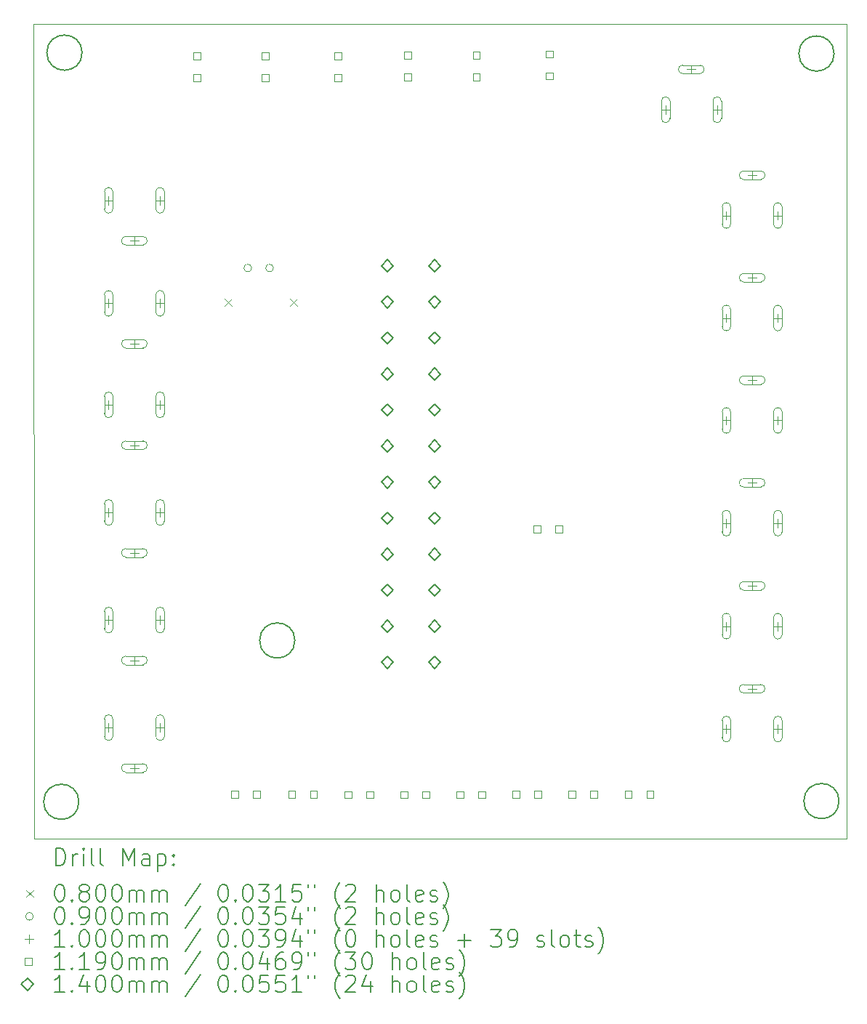
<source format=gbr>
%TF.GenerationSoftware,KiCad,Pcbnew,8.0.3*%
%TF.CreationDate,2024-12-03T05:52:09+10:00*%
%TF.ProjectId,a10 Power Distro PCB v1,61313020-506f-4776-9572-204469737472,rev?*%
%TF.SameCoordinates,Original*%
%TF.FileFunction,Drillmap*%
%TF.FilePolarity,Positive*%
%FSLAX45Y45*%
G04 Gerber Fmt 4.5, Leading zero omitted, Abs format (unit mm)*
G04 Created by KiCad (PCBNEW 8.0.3) date 2024-12-03 05:52:09*
%MOMM*%
%LPD*%
G01*
G04 APERTURE LIST*
%ADD10C,0.050000*%
%ADD11C,0.150000*%
%ADD12C,0.200000*%
%ADD13C,0.100000*%
%ADD14C,0.119000*%
%ADD15C,0.140000*%
G04 APERTURE END LIST*
D10*
X0Y0D02*
X9472000Y0D01*
D11*
X528320Y-9057640D02*
G75*
G02*
X118320Y-9057640I-205000J0D01*
G01*
X118320Y-9057640D02*
G75*
G02*
X528320Y-9057640I205000J0D01*
G01*
X9326880Y-340360D02*
G75*
G02*
X8916880Y-340360I-205000J0D01*
G01*
X8916880Y-340360D02*
G75*
G02*
X9326880Y-340360I205000J0D01*
G01*
X9384560Y-9049280D02*
G75*
G02*
X8974560Y-9049280I-205000J0D01*
G01*
X8974560Y-9049280D02*
G75*
G02*
X9384560Y-9049280I205000J0D01*
G01*
D10*
X9472000Y0D02*
X9473000Y-9486000D01*
D11*
X3044720Y-7178040D02*
G75*
G02*
X2634720Y-7178040I-205000J0D01*
G01*
X2634720Y-7178040D02*
G75*
G02*
X3044720Y-7178040I205000J0D01*
G01*
D10*
X0Y0D02*
X7000Y-9485000D01*
X7000Y-9485000D02*
X9473000Y-9486000D01*
D11*
X565680Y-330200D02*
G75*
G02*
X155680Y-330200I-205000J0D01*
G01*
X155680Y-330200D02*
G75*
G02*
X565680Y-330200I205000J0D01*
G01*
D12*
D13*
X2228100Y-3199400D02*
X2308100Y-3279400D01*
X2308100Y-3199400D02*
X2228100Y-3279400D01*
X2990100Y-3199400D02*
X3070100Y-3279400D01*
X3070100Y-3199400D02*
X2990100Y-3279400D01*
X2541100Y-2839400D02*
G75*
G02*
X2451100Y-2839400I-45000J0D01*
G01*
X2451100Y-2839400D02*
G75*
G02*
X2541100Y-2839400I45000J0D01*
G01*
X2795100Y-2839400D02*
G75*
G02*
X2705100Y-2839400I-45000J0D01*
G01*
X2705100Y-2839400D02*
G75*
G02*
X2795100Y-2839400I45000J0D01*
G01*
X875000Y-2000670D02*
X875000Y-2100670D01*
X825000Y-2050670D02*
X925000Y-2050670D01*
X825000Y-1950670D02*
X825000Y-2150670D01*
X925000Y-2150670D02*
G75*
G02*
X825000Y-2150670I-50000J0D01*
G01*
X925000Y-2150670D02*
X925000Y-1950670D01*
X925000Y-1950670D02*
G75*
G03*
X825000Y-1950670I-50000J0D01*
G01*
X875000Y-3200670D02*
X875000Y-3300670D01*
X825000Y-3250670D02*
X925000Y-3250670D01*
X825000Y-3150670D02*
X825000Y-3350670D01*
X925000Y-3350670D02*
G75*
G02*
X825000Y-3350670I-50000J0D01*
G01*
X925000Y-3350670D02*
X925000Y-3150670D01*
X925000Y-3150670D02*
G75*
G03*
X825000Y-3150670I-50000J0D01*
G01*
X875000Y-4383000D02*
X875000Y-4483000D01*
X825000Y-4433000D02*
X925000Y-4433000D01*
X825000Y-4333000D02*
X825000Y-4533000D01*
X925000Y-4533000D02*
G75*
G02*
X825000Y-4533000I-50000J0D01*
G01*
X925000Y-4533000D02*
X925000Y-4333000D01*
X925000Y-4333000D02*
G75*
G03*
X825000Y-4333000I-50000J0D01*
G01*
X875000Y-5636580D02*
X875000Y-5736580D01*
X825000Y-5686580D02*
X925000Y-5686580D01*
X825000Y-5586580D02*
X825000Y-5786580D01*
X925000Y-5786580D02*
G75*
G02*
X825000Y-5786580I-50000J0D01*
G01*
X925000Y-5786580D02*
X925000Y-5586580D01*
X925000Y-5586580D02*
G75*
G03*
X825000Y-5586580I-50000J0D01*
G01*
X875000Y-6890160D02*
X875000Y-6990160D01*
X825000Y-6940160D02*
X925000Y-6940160D01*
X825000Y-6840160D02*
X825000Y-7040160D01*
X925000Y-7040160D02*
G75*
G02*
X825000Y-7040160I-50000J0D01*
G01*
X925000Y-7040160D02*
X925000Y-6840160D01*
X925000Y-6840160D02*
G75*
G03*
X825000Y-6840160I-50000J0D01*
G01*
X875000Y-8143740D02*
X875000Y-8243740D01*
X825000Y-8193740D02*
X925000Y-8193740D01*
X825000Y-8093740D02*
X825000Y-8293740D01*
X925000Y-8293740D02*
G75*
G02*
X825000Y-8293740I-50000J0D01*
G01*
X925000Y-8293740D02*
X925000Y-8093740D01*
X925000Y-8093740D02*
G75*
G03*
X825000Y-8093740I-50000J0D01*
G01*
X1175000Y-2470670D02*
X1175000Y-2570670D01*
X1125000Y-2520670D02*
X1225000Y-2520670D01*
X1075000Y-2570670D02*
X1275000Y-2570670D01*
X1275000Y-2470670D02*
G75*
G02*
X1275000Y-2570670I0J-50000D01*
G01*
X1275000Y-2470670D02*
X1075000Y-2470670D01*
X1075000Y-2470670D02*
G75*
G03*
X1075000Y-2570670I0J-50000D01*
G01*
X1175000Y-3670670D02*
X1175000Y-3770670D01*
X1125000Y-3720670D02*
X1225000Y-3720670D01*
X1075000Y-3770670D02*
X1275000Y-3770670D01*
X1275000Y-3670670D02*
G75*
G02*
X1275000Y-3770670I0J-50000D01*
G01*
X1275000Y-3670670D02*
X1075000Y-3670670D01*
X1075000Y-3670670D02*
G75*
G03*
X1075000Y-3770670I0J-50000D01*
G01*
X1175000Y-4853000D02*
X1175000Y-4953000D01*
X1125000Y-4903000D02*
X1225000Y-4903000D01*
X1075000Y-4953000D02*
X1275000Y-4953000D01*
X1275000Y-4853000D02*
G75*
G02*
X1275000Y-4953000I0J-50000D01*
G01*
X1275000Y-4853000D02*
X1075000Y-4853000D01*
X1075000Y-4853000D02*
G75*
G03*
X1075000Y-4953000I0J-50000D01*
G01*
X1175000Y-6106580D02*
X1175000Y-6206580D01*
X1125000Y-6156580D02*
X1225000Y-6156580D01*
X1075000Y-6206580D02*
X1275000Y-6206580D01*
X1275000Y-6106580D02*
G75*
G02*
X1275000Y-6206580I0J-50000D01*
G01*
X1275000Y-6106580D02*
X1075000Y-6106580D01*
X1075000Y-6106580D02*
G75*
G03*
X1075000Y-6206580I0J-50000D01*
G01*
X1175000Y-7360160D02*
X1175000Y-7460160D01*
X1125000Y-7410160D02*
X1225000Y-7410160D01*
X1075000Y-7460160D02*
X1275000Y-7460160D01*
X1275000Y-7360160D02*
G75*
G02*
X1275000Y-7460160I0J-50000D01*
G01*
X1275000Y-7360160D02*
X1075000Y-7360160D01*
X1075000Y-7360160D02*
G75*
G03*
X1075000Y-7460160I0J-50000D01*
G01*
X1175000Y-8613740D02*
X1175000Y-8713740D01*
X1125000Y-8663740D02*
X1225000Y-8663740D01*
X1075000Y-8713740D02*
X1275000Y-8713740D01*
X1275000Y-8613740D02*
G75*
G02*
X1275000Y-8713740I0J-50000D01*
G01*
X1275000Y-8613740D02*
X1075000Y-8613740D01*
X1075000Y-8613740D02*
G75*
G03*
X1075000Y-8713740I0J-50000D01*
G01*
X1475000Y-2000670D02*
X1475000Y-2100670D01*
X1425000Y-2050670D02*
X1525000Y-2050670D01*
X1425000Y-1950670D02*
X1425000Y-2150670D01*
X1525000Y-2150670D02*
G75*
G02*
X1425000Y-2150670I-50000J0D01*
G01*
X1525000Y-2150670D02*
X1525000Y-1950670D01*
X1525000Y-1950670D02*
G75*
G03*
X1425000Y-1950670I-50000J0D01*
G01*
X1475000Y-3200670D02*
X1475000Y-3300670D01*
X1425000Y-3250670D02*
X1525000Y-3250670D01*
X1425000Y-3150670D02*
X1425000Y-3350670D01*
X1525000Y-3350670D02*
G75*
G02*
X1425000Y-3350670I-50000J0D01*
G01*
X1525000Y-3350670D02*
X1525000Y-3150670D01*
X1525000Y-3150670D02*
G75*
G03*
X1425000Y-3150670I-50000J0D01*
G01*
X1475000Y-4383000D02*
X1475000Y-4483000D01*
X1425000Y-4433000D02*
X1525000Y-4433000D01*
X1425000Y-4333000D02*
X1425000Y-4533000D01*
X1525000Y-4533000D02*
G75*
G02*
X1425000Y-4533000I-50000J0D01*
G01*
X1525000Y-4533000D02*
X1525000Y-4333000D01*
X1525000Y-4333000D02*
G75*
G03*
X1425000Y-4333000I-50000J0D01*
G01*
X1475000Y-5636580D02*
X1475000Y-5736580D01*
X1425000Y-5686580D02*
X1525000Y-5686580D01*
X1425000Y-5586580D02*
X1425000Y-5786580D01*
X1525000Y-5786580D02*
G75*
G02*
X1425000Y-5786580I-50000J0D01*
G01*
X1525000Y-5786580D02*
X1525000Y-5586580D01*
X1525000Y-5586580D02*
G75*
G03*
X1425000Y-5586580I-50000J0D01*
G01*
X1475000Y-6890160D02*
X1475000Y-6990160D01*
X1425000Y-6940160D02*
X1525000Y-6940160D01*
X1425000Y-6840160D02*
X1425000Y-7040160D01*
X1525000Y-7040160D02*
G75*
G02*
X1425000Y-7040160I-50000J0D01*
G01*
X1525000Y-7040160D02*
X1525000Y-6840160D01*
X1525000Y-6840160D02*
G75*
G03*
X1425000Y-6840160I-50000J0D01*
G01*
X1475000Y-8143740D02*
X1475000Y-8243740D01*
X1425000Y-8193740D02*
X1525000Y-8193740D01*
X1425000Y-8093740D02*
X1425000Y-8293740D01*
X1525000Y-8293740D02*
G75*
G02*
X1425000Y-8293740I-50000J0D01*
G01*
X1525000Y-8293740D02*
X1525000Y-8093740D01*
X1525000Y-8093740D02*
G75*
G03*
X1425000Y-8093740I-50000J0D01*
G01*
X7364000Y-944750D02*
X7364000Y-1044750D01*
X7314000Y-994750D02*
X7414000Y-994750D01*
X7414000Y-1094750D02*
X7414000Y-894750D01*
X7314000Y-894750D02*
G75*
G02*
X7414000Y-894750I50000J0D01*
G01*
X7314000Y-894750D02*
X7314000Y-1094750D01*
X7314000Y-1094750D02*
G75*
G03*
X7414000Y-1094750I50000J0D01*
G01*
X7664000Y-474750D02*
X7664000Y-574750D01*
X7614000Y-524750D02*
X7714000Y-524750D01*
X7764000Y-474750D02*
X7564000Y-474750D01*
X7564000Y-574750D02*
G75*
G02*
X7564000Y-474750I0J50000D01*
G01*
X7564000Y-574750D02*
X7764000Y-574750D01*
X7764000Y-574750D02*
G75*
G03*
X7764000Y-474750I0J50000D01*
G01*
X7964000Y-944750D02*
X7964000Y-1044750D01*
X7914000Y-994750D02*
X8014000Y-994750D01*
X8014000Y-1094750D02*
X8014000Y-894750D01*
X7914000Y-894750D02*
G75*
G02*
X8014000Y-894750I50000J0D01*
G01*
X7914000Y-894750D02*
X7914000Y-1094750D01*
X7914000Y-1094750D02*
G75*
G03*
X8014000Y-1094750I50000J0D01*
G01*
X8072000Y-2177750D02*
X8072000Y-2277750D01*
X8022000Y-2227750D02*
X8122000Y-2227750D01*
X8122000Y-2327750D02*
X8122000Y-2127750D01*
X8022000Y-2127750D02*
G75*
G02*
X8122000Y-2127750I50000J0D01*
G01*
X8022000Y-2127750D02*
X8022000Y-2327750D01*
X8022000Y-2327750D02*
G75*
G03*
X8122000Y-2327750I50000J0D01*
G01*
X8072000Y-3371750D02*
X8072000Y-3471750D01*
X8022000Y-3421750D02*
X8122000Y-3421750D01*
X8122000Y-3521750D02*
X8122000Y-3321750D01*
X8022000Y-3321750D02*
G75*
G02*
X8122000Y-3321750I50000J0D01*
G01*
X8022000Y-3321750D02*
X8022000Y-3521750D01*
X8022000Y-3521750D02*
G75*
G03*
X8122000Y-3521750I50000J0D01*
G01*
X8072000Y-4564750D02*
X8072000Y-4664750D01*
X8022000Y-4614750D02*
X8122000Y-4614750D01*
X8122000Y-4714750D02*
X8122000Y-4514750D01*
X8022000Y-4514750D02*
G75*
G02*
X8122000Y-4514750I50000J0D01*
G01*
X8022000Y-4514750D02*
X8022000Y-4714750D01*
X8022000Y-4714750D02*
G75*
G03*
X8122000Y-4714750I50000J0D01*
G01*
X8072000Y-5760750D02*
X8072000Y-5860750D01*
X8022000Y-5810750D02*
X8122000Y-5810750D01*
X8122000Y-5910750D02*
X8122000Y-5710750D01*
X8022000Y-5710750D02*
G75*
G02*
X8122000Y-5710750I50000J0D01*
G01*
X8022000Y-5710750D02*
X8022000Y-5910750D01*
X8022000Y-5910750D02*
G75*
G03*
X8122000Y-5910750I50000J0D01*
G01*
X8072000Y-6961750D02*
X8072000Y-7061750D01*
X8022000Y-7011750D02*
X8122000Y-7011750D01*
X8122000Y-7111750D02*
X8122000Y-6911750D01*
X8022000Y-6911750D02*
G75*
G02*
X8122000Y-6911750I50000J0D01*
G01*
X8022000Y-6911750D02*
X8022000Y-7111750D01*
X8022000Y-7111750D02*
G75*
G03*
X8122000Y-7111750I50000J0D01*
G01*
X8072000Y-8159750D02*
X8072000Y-8259750D01*
X8022000Y-8209750D02*
X8122000Y-8209750D01*
X8122000Y-8309750D02*
X8122000Y-8109750D01*
X8022000Y-8109750D02*
G75*
G02*
X8122000Y-8109750I50000J0D01*
G01*
X8022000Y-8109750D02*
X8022000Y-8309750D01*
X8022000Y-8309750D02*
G75*
G03*
X8122000Y-8309750I50000J0D01*
G01*
X8372000Y-1707750D02*
X8372000Y-1807750D01*
X8322000Y-1757750D02*
X8422000Y-1757750D01*
X8472000Y-1707750D02*
X8272000Y-1707750D01*
X8272000Y-1807750D02*
G75*
G02*
X8272000Y-1707750I0J50000D01*
G01*
X8272000Y-1807750D02*
X8472000Y-1807750D01*
X8472000Y-1807750D02*
G75*
G03*
X8472000Y-1707750I0J50000D01*
G01*
X8372000Y-2901750D02*
X8372000Y-3001750D01*
X8322000Y-2951750D02*
X8422000Y-2951750D01*
X8472000Y-2901750D02*
X8272000Y-2901750D01*
X8272000Y-3001750D02*
G75*
G02*
X8272000Y-2901750I0J50000D01*
G01*
X8272000Y-3001750D02*
X8472000Y-3001750D01*
X8472000Y-3001750D02*
G75*
G03*
X8472000Y-2901750I0J50000D01*
G01*
X8372000Y-4094750D02*
X8372000Y-4194750D01*
X8322000Y-4144750D02*
X8422000Y-4144750D01*
X8472000Y-4094750D02*
X8272000Y-4094750D01*
X8272000Y-4194750D02*
G75*
G02*
X8272000Y-4094750I0J50000D01*
G01*
X8272000Y-4194750D02*
X8472000Y-4194750D01*
X8472000Y-4194750D02*
G75*
G03*
X8472000Y-4094750I0J50000D01*
G01*
X8372000Y-5290750D02*
X8372000Y-5390750D01*
X8322000Y-5340750D02*
X8422000Y-5340750D01*
X8472000Y-5290750D02*
X8272000Y-5290750D01*
X8272000Y-5390750D02*
G75*
G02*
X8272000Y-5290750I0J50000D01*
G01*
X8272000Y-5390750D02*
X8472000Y-5390750D01*
X8472000Y-5390750D02*
G75*
G03*
X8472000Y-5290750I0J50000D01*
G01*
X8372000Y-6491750D02*
X8372000Y-6591750D01*
X8322000Y-6541750D02*
X8422000Y-6541750D01*
X8472000Y-6491750D02*
X8272000Y-6491750D01*
X8272000Y-6591750D02*
G75*
G02*
X8272000Y-6491750I0J50000D01*
G01*
X8272000Y-6591750D02*
X8472000Y-6591750D01*
X8472000Y-6591750D02*
G75*
G03*
X8472000Y-6491750I0J50000D01*
G01*
X8372000Y-7689750D02*
X8372000Y-7789750D01*
X8322000Y-7739750D02*
X8422000Y-7739750D01*
X8472000Y-7689750D02*
X8272000Y-7689750D01*
X8272000Y-7789750D02*
G75*
G02*
X8272000Y-7689750I0J50000D01*
G01*
X8272000Y-7789750D02*
X8472000Y-7789750D01*
X8472000Y-7789750D02*
G75*
G03*
X8472000Y-7689750I0J50000D01*
G01*
X8672000Y-2177750D02*
X8672000Y-2277750D01*
X8622000Y-2227750D02*
X8722000Y-2227750D01*
X8722000Y-2327750D02*
X8722000Y-2127750D01*
X8622000Y-2127750D02*
G75*
G02*
X8722000Y-2127750I50000J0D01*
G01*
X8622000Y-2127750D02*
X8622000Y-2327750D01*
X8622000Y-2327750D02*
G75*
G03*
X8722000Y-2327750I50000J0D01*
G01*
X8672000Y-3371750D02*
X8672000Y-3471750D01*
X8622000Y-3421750D02*
X8722000Y-3421750D01*
X8722000Y-3521750D02*
X8722000Y-3321750D01*
X8622000Y-3321750D02*
G75*
G02*
X8722000Y-3321750I50000J0D01*
G01*
X8622000Y-3321750D02*
X8622000Y-3521750D01*
X8622000Y-3521750D02*
G75*
G03*
X8722000Y-3521750I50000J0D01*
G01*
X8672000Y-4564750D02*
X8672000Y-4664750D01*
X8622000Y-4614750D02*
X8722000Y-4614750D01*
X8722000Y-4714750D02*
X8722000Y-4514750D01*
X8622000Y-4514750D02*
G75*
G02*
X8722000Y-4514750I50000J0D01*
G01*
X8622000Y-4514750D02*
X8622000Y-4714750D01*
X8622000Y-4714750D02*
G75*
G03*
X8722000Y-4714750I50000J0D01*
G01*
X8672000Y-5760750D02*
X8672000Y-5860750D01*
X8622000Y-5810750D02*
X8722000Y-5810750D01*
X8722000Y-5910750D02*
X8722000Y-5710750D01*
X8622000Y-5710750D02*
G75*
G02*
X8722000Y-5710750I50000J0D01*
G01*
X8622000Y-5710750D02*
X8622000Y-5910750D01*
X8622000Y-5910750D02*
G75*
G03*
X8722000Y-5910750I50000J0D01*
G01*
X8672000Y-6961750D02*
X8672000Y-7061750D01*
X8622000Y-7011750D02*
X8722000Y-7011750D01*
X8722000Y-7111750D02*
X8722000Y-6911750D01*
X8622000Y-6911750D02*
G75*
G02*
X8722000Y-6911750I50000J0D01*
G01*
X8622000Y-6911750D02*
X8622000Y-7111750D01*
X8622000Y-7111750D02*
G75*
G03*
X8722000Y-7111750I50000J0D01*
G01*
X8672000Y-8159750D02*
X8672000Y-8259750D01*
X8622000Y-8209750D02*
X8722000Y-8209750D01*
X8722000Y-8309750D02*
X8722000Y-8109750D01*
X8622000Y-8109750D02*
G75*
G02*
X8722000Y-8109750I50000J0D01*
G01*
X8622000Y-8109750D02*
X8622000Y-8309750D01*
X8622000Y-8309750D02*
G75*
G03*
X8722000Y-8309750I50000J0D01*
G01*
D14*
X1945073Y-408073D02*
X1945073Y-323927D01*
X1860927Y-323927D01*
X1860927Y-408073D01*
X1945073Y-408073D01*
X1945073Y-662073D02*
X1945073Y-577927D01*
X1860927Y-577927D01*
X1860927Y-662073D01*
X1945073Y-662073D01*
X2389073Y-9014073D02*
X2389073Y-8929927D01*
X2304927Y-8929927D01*
X2304927Y-9014073D01*
X2389073Y-9014073D01*
X2643073Y-9014073D02*
X2643073Y-8929927D01*
X2558927Y-8929927D01*
X2558927Y-9014073D01*
X2643073Y-9014073D01*
X2742633Y-408073D02*
X2742633Y-323927D01*
X2658487Y-323927D01*
X2658487Y-408073D01*
X2742633Y-408073D01*
X2742633Y-662073D02*
X2742633Y-577927D01*
X2658487Y-577927D01*
X2658487Y-662073D01*
X2742633Y-662073D01*
X3051073Y-9016073D02*
X3051073Y-8931927D01*
X2966927Y-8931927D01*
X2966927Y-9016073D01*
X3051073Y-9016073D01*
X3305073Y-9016073D02*
X3305073Y-8931927D01*
X3220927Y-8931927D01*
X3220927Y-9016073D01*
X3305073Y-9016073D01*
X3592273Y-409033D02*
X3592273Y-324887D01*
X3508127Y-324887D01*
X3508127Y-409033D01*
X3592273Y-409033D01*
X3592273Y-663033D02*
X3592273Y-578887D01*
X3508127Y-578887D01*
X3508127Y-663033D01*
X3592273Y-663033D01*
X3704113Y-9017153D02*
X3704113Y-8933007D01*
X3619967Y-8933007D01*
X3619967Y-9017153D01*
X3704113Y-9017153D01*
X3958113Y-9017153D02*
X3958113Y-8933007D01*
X3873967Y-8933007D01*
X3873967Y-9017153D01*
X3958113Y-9017153D01*
X4357503Y-9017153D02*
X4357503Y-8933007D01*
X4273357Y-8933007D01*
X4273357Y-9017153D01*
X4357503Y-9017153D01*
X4404073Y-404073D02*
X4404073Y-319927D01*
X4319927Y-319927D01*
X4319927Y-404073D01*
X4404073Y-404073D01*
X4404073Y-658073D02*
X4404073Y-573927D01*
X4319927Y-573927D01*
X4319927Y-658073D01*
X4404073Y-658073D01*
X4611503Y-9017153D02*
X4611503Y-8933007D01*
X4527357Y-8933007D01*
X4527357Y-9017153D01*
X4611503Y-9017153D01*
X5010893Y-9017153D02*
X5010893Y-8933007D01*
X4926747Y-8933007D01*
X4926747Y-9017153D01*
X5010893Y-9017153D01*
X5201633Y-404073D02*
X5201633Y-319927D01*
X5117487Y-319927D01*
X5117487Y-404073D01*
X5201633Y-404073D01*
X5201633Y-658073D02*
X5201633Y-573927D01*
X5117487Y-573927D01*
X5117487Y-658073D01*
X5201633Y-658073D01*
X5264893Y-9017153D02*
X5264893Y-8933007D01*
X5180747Y-8933007D01*
X5180747Y-9017153D01*
X5264893Y-9017153D01*
X5664293Y-9012073D02*
X5664293Y-8927927D01*
X5580147Y-8927927D01*
X5580147Y-9012073D01*
X5664293Y-9012073D01*
X5907073Y-5924073D02*
X5907073Y-5839927D01*
X5822927Y-5839927D01*
X5822927Y-5924073D01*
X5907073Y-5924073D01*
X5918293Y-9012073D02*
X5918293Y-8927927D01*
X5834147Y-8927927D01*
X5834147Y-9012073D01*
X5918293Y-9012073D01*
X6056353Y-389793D02*
X6056353Y-305647D01*
X5972207Y-305647D01*
X5972207Y-389793D01*
X6056353Y-389793D01*
X6056353Y-643793D02*
X6056353Y-559647D01*
X5972207Y-559647D01*
X5972207Y-643793D01*
X6056353Y-643793D01*
X6161073Y-5924073D02*
X6161073Y-5839927D01*
X6076927Y-5839927D01*
X6076927Y-5924073D01*
X6161073Y-5924073D01*
X6317683Y-9012073D02*
X6317683Y-8927927D01*
X6233537Y-8927927D01*
X6233537Y-9012073D01*
X6317683Y-9012073D01*
X6571683Y-9012073D02*
X6571683Y-8927927D01*
X6487537Y-8927927D01*
X6487537Y-9012073D01*
X6571683Y-9012073D01*
X6971073Y-9012073D02*
X6971073Y-8927927D01*
X6886927Y-8927927D01*
X6886927Y-9012073D01*
X6971073Y-9012073D01*
X7225073Y-9012073D02*
X7225073Y-8927927D01*
X7140927Y-8927927D01*
X7140927Y-9012073D01*
X7225073Y-9012073D01*
D15*
X4123700Y-2883000D02*
X4193700Y-2813000D01*
X4123700Y-2743000D01*
X4053700Y-2813000D01*
X4123700Y-2883000D01*
X4123700Y-3303000D02*
X4193700Y-3233000D01*
X4123700Y-3163000D01*
X4053700Y-3233000D01*
X4123700Y-3303000D01*
X4123700Y-3723000D02*
X4193700Y-3653000D01*
X4123700Y-3583000D01*
X4053700Y-3653000D01*
X4123700Y-3723000D01*
X4123700Y-4143000D02*
X4193700Y-4073000D01*
X4123700Y-4003000D01*
X4053700Y-4073000D01*
X4123700Y-4143000D01*
X4123700Y-4563000D02*
X4193700Y-4493000D01*
X4123700Y-4423000D01*
X4053700Y-4493000D01*
X4123700Y-4563000D01*
X4123700Y-4983000D02*
X4193700Y-4913000D01*
X4123700Y-4843000D01*
X4053700Y-4913000D01*
X4123700Y-4983000D01*
X4123700Y-5403000D02*
X4193700Y-5333000D01*
X4123700Y-5263000D01*
X4053700Y-5333000D01*
X4123700Y-5403000D01*
X4123700Y-5823000D02*
X4193700Y-5753000D01*
X4123700Y-5683000D01*
X4053700Y-5753000D01*
X4123700Y-5823000D01*
X4123700Y-6243000D02*
X4193700Y-6173000D01*
X4123700Y-6103000D01*
X4053700Y-6173000D01*
X4123700Y-6243000D01*
X4123700Y-6663000D02*
X4193700Y-6593000D01*
X4123700Y-6523000D01*
X4053700Y-6593000D01*
X4123700Y-6663000D01*
X4123700Y-7083000D02*
X4193700Y-7013000D01*
X4123700Y-6943000D01*
X4053700Y-7013000D01*
X4123700Y-7083000D01*
X4123700Y-7503000D02*
X4193700Y-7433000D01*
X4123700Y-7363000D01*
X4053700Y-7433000D01*
X4123700Y-7503000D01*
X4673700Y-2883000D02*
X4743700Y-2813000D01*
X4673700Y-2743000D01*
X4603700Y-2813000D01*
X4673700Y-2883000D01*
X4673700Y-3303000D02*
X4743700Y-3233000D01*
X4673700Y-3163000D01*
X4603700Y-3233000D01*
X4673700Y-3303000D01*
X4673700Y-3723000D02*
X4743700Y-3653000D01*
X4673700Y-3583000D01*
X4603700Y-3653000D01*
X4673700Y-3723000D01*
X4673700Y-4143000D02*
X4743700Y-4073000D01*
X4673700Y-4003000D01*
X4603700Y-4073000D01*
X4673700Y-4143000D01*
X4673700Y-4563000D02*
X4743700Y-4493000D01*
X4673700Y-4423000D01*
X4603700Y-4493000D01*
X4673700Y-4563000D01*
X4673700Y-4983000D02*
X4743700Y-4913000D01*
X4673700Y-4843000D01*
X4603700Y-4913000D01*
X4673700Y-4983000D01*
X4673700Y-5403000D02*
X4743700Y-5333000D01*
X4673700Y-5263000D01*
X4603700Y-5333000D01*
X4673700Y-5403000D01*
X4673700Y-5823000D02*
X4743700Y-5753000D01*
X4673700Y-5683000D01*
X4603700Y-5753000D01*
X4673700Y-5823000D01*
X4673700Y-6243000D02*
X4743700Y-6173000D01*
X4673700Y-6103000D01*
X4603700Y-6173000D01*
X4673700Y-6243000D01*
X4673700Y-6663000D02*
X4743700Y-6593000D01*
X4673700Y-6523000D01*
X4603700Y-6593000D01*
X4673700Y-6663000D01*
X4673700Y-7083000D02*
X4743700Y-7013000D01*
X4673700Y-6943000D01*
X4603700Y-7013000D01*
X4673700Y-7083000D01*
X4673700Y-7503000D02*
X4743700Y-7433000D01*
X4673700Y-7363000D01*
X4603700Y-7433000D01*
X4673700Y-7503000D01*
D12*
X258277Y-9799984D02*
X258277Y-9599984D01*
X258277Y-9599984D02*
X305896Y-9599984D01*
X305896Y-9599984D02*
X334467Y-9609508D01*
X334467Y-9609508D02*
X353515Y-9628555D01*
X353515Y-9628555D02*
X363039Y-9647603D01*
X363039Y-9647603D02*
X372562Y-9685698D01*
X372562Y-9685698D02*
X372562Y-9714270D01*
X372562Y-9714270D02*
X363039Y-9752365D01*
X363039Y-9752365D02*
X353515Y-9771412D01*
X353515Y-9771412D02*
X334467Y-9790460D01*
X334467Y-9790460D02*
X305896Y-9799984D01*
X305896Y-9799984D02*
X258277Y-9799984D01*
X458277Y-9799984D02*
X458277Y-9666650D01*
X458277Y-9704746D02*
X467801Y-9685698D01*
X467801Y-9685698D02*
X477324Y-9676174D01*
X477324Y-9676174D02*
X496372Y-9666650D01*
X496372Y-9666650D02*
X515420Y-9666650D01*
X582086Y-9799984D02*
X582086Y-9666650D01*
X582086Y-9599984D02*
X572563Y-9609508D01*
X572563Y-9609508D02*
X582086Y-9619031D01*
X582086Y-9619031D02*
X591610Y-9609508D01*
X591610Y-9609508D02*
X582086Y-9599984D01*
X582086Y-9599984D02*
X582086Y-9619031D01*
X705896Y-9799984D02*
X686848Y-9790460D01*
X686848Y-9790460D02*
X677324Y-9771412D01*
X677324Y-9771412D02*
X677324Y-9599984D01*
X810658Y-9799984D02*
X791610Y-9790460D01*
X791610Y-9790460D02*
X782086Y-9771412D01*
X782086Y-9771412D02*
X782086Y-9599984D01*
X1039229Y-9799984D02*
X1039229Y-9599984D01*
X1039229Y-9599984D02*
X1105896Y-9742841D01*
X1105896Y-9742841D02*
X1172563Y-9599984D01*
X1172563Y-9599984D02*
X1172563Y-9799984D01*
X1353515Y-9799984D02*
X1353515Y-9695222D01*
X1353515Y-9695222D02*
X1343991Y-9676174D01*
X1343991Y-9676174D02*
X1324944Y-9666650D01*
X1324944Y-9666650D02*
X1286848Y-9666650D01*
X1286848Y-9666650D02*
X1267801Y-9676174D01*
X1353515Y-9790460D02*
X1334467Y-9799984D01*
X1334467Y-9799984D02*
X1286848Y-9799984D01*
X1286848Y-9799984D02*
X1267801Y-9790460D01*
X1267801Y-9790460D02*
X1258277Y-9771412D01*
X1258277Y-9771412D02*
X1258277Y-9752365D01*
X1258277Y-9752365D02*
X1267801Y-9733317D01*
X1267801Y-9733317D02*
X1286848Y-9723793D01*
X1286848Y-9723793D02*
X1334467Y-9723793D01*
X1334467Y-9723793D02*
X1353515Y-9714270D01*
X1448753Y-9666650D02*
X1448753Y-9866650D01*
X1448753Y-9676174D02*
X1467801Y-9666650D01*
X1467801Y-9666650D02*
X1505896Y-9666650D01*
X1505896Y-9666650D02*
X1524943Y-9676174D01*
X1524943Y-9676174D02*
X1534467Y-9685698D01*
X1534467Y-9685698D02*
X1543991Y-9704746D01*
X1543991Y-9704746D02*
X1543991Y-9761889D01*
X1543991Y-9761889D02*
X1534467Y-9780936D01*
X1534467Y-9780936D02*
X1524943Y-9790460D01*
X1524943Y-9790460D02*
X1505896Y-9799984D01*
X1505896Y-9799984D02*
X1467801Y-9799984D01*
X1467801Y-9799984D02*
X1448753Y-9790460D01*
X1629705Y-9780936D02*
X1639229Y-9790460D01*
X1639229Y-9790460D02*
X1629705Y-9799984D01*
X1629705Y-9799984D02*
X1620182Y-9790460D01*
X1620182Y-9790460D02*
X1629705Y-9780936D01*
X1629705Y-9780936D02*
X1629705Y-9799984D01*
X1629705Y-9676174D02*
X1639229Y-9685698D01*
X1639229Y-9685698D02*
X1629705Y-9695222D01*
X1629705Y-9695222D02*
X1620182Y-9685698D01*
X1620182Y-9685698D02*
X1629705Y-9676174D01*
X1629705Y-9676174D02*
X1629705Y-9695222D01*
D13*
X-82500Y-10088500D02*
X-2500Y-10168500D01*
X-2500Y-10088500D02*
X-82500Y-10168500D01*
D12*
X296372Y-10019984D02*
X315420Y-10019984D01*
X315420Y-10019984D02*
X334467Y-10029508D01*
X334467Y-10029508D02*
X343991Y-10039031D01*
X343991Y-10039031D02*
X353515Y-10058079D01*
X353515Y-10058079D02*
X363039Y-10096174D01*
X363039Y-10096174D02*
X363039Y-10143793D01*
X363039Y-10143793D02*
X353515Y-10181889D01*
X353515Y-10181889D02*
X343991Y-10200936D01*
X343991Y-10200936D02*
X334467Y-10210460D01*
X334467Y-10210460D02*
X315420Y-10219984D01*
X315420Y-10219984D02*
X296372Y-10219984D01*
X296372Y-10219984D02*
X277324Y-10210460D01*
X277324Y-10210460D02*
X267801Y-10200936D01*
X267801Y-10200936D02*
X258277Y-10181889D01*
X258277Y-10181889D02*
X248753Y-10143793D01*
X248753Y-10143793D02*
X248753Y-10096174D01*
X248753Y-10096174D02*
X258277Y-10058079D01*
X258277Y-10058079D02*
X267801Y-10039031D01*
X267801Y-10039031D02*
X277324Y-10029508D01*
X277324Y-10029508D02*
X296372Y-10019984D01*
X448753Y-10200936D02*
X458277Y-10210460D01*
X458277Y-10210460D02*
X448753Y-10219984D01*
X448753Y-10219984D02*
X439229Y-10210460D01*
X439229Y-10210460D02*
X448753Y-10200936D01*
X448753Y-10200936D02*
X448753Y-10219984D01*
X572563Y-10105698D02*
X553515Y-10096174D01*
X553515Y-10096174D02*
X543991Y-10086650D01*
X543991Y-10086650D02*
X534467Y-10067603D01*
X534467Y-10067603D02*
X534467Y-10058079D01*
X534467Y-10058079D02*
X543991Y-10039031D01*
X543991Y-10039031D02*
X553515Y-10029508D01*
X553515Y-10029508D02*
X572563Y-10019984D01*
X572563Y-10019984D02*
X610658Y-10019984D01*
X610658Y-10019984D02*
X629705Y-10029508D01*
X629705Y-10029508D02*
X639229Y-10039031D01*
X639229Y-10039031D02*
X648753Y-10058079D01*
X648753Y-10058079D02*
X648753Y-10067603D01*
X648753Y-10067603D02*
X639229Y-10086650D01*
X639229Y-10086650D02*
X629705Y-10096174D01*
X629705Y-10096174D02*
X610658Y-10105698D01*
X610658Y-10105698D02*
X572563Y-10105698D01*
X572563Y-10105698D02*
X553515Y-10115222D01*
X553515Y-10115222D02*
X543991Y-10124746D01*
X543991Y-10124746D02*
X534467Y-10143793D01*
X534467Y-10143793D02*
X534467Y-10181889D01*
X534467Y-10181889D02*
X543991Y-10200936D01*
X543991Y-10200936D02*
X553515Y-10210460D01*
X553515Y-10210460D02*
X572563Y-10219984D01*
X572563Y-10219984D02*
X610658Y-10219984D01*
X610658Y-10219984D02*
X629705Y-10210460D01*
X629705Y-10210460D02*
X639229Y-10200936D01*
X639229Y-10200936D02*
X648753Y-10181889D01*
X648753Y-10181889D02*
X648753Y-10143793D01*
X648753Y-10143793D02*
X639229Y-10124746D01*
X639229Y-10124746D02*
X629705Y-10115222D01*
X629705Y-10115222D02*
X610658Y-10105698D01*
X772562Y-10019984D02*
X791610Y-10019984D01*
X791610Y-10019984D02*
X810658Y-10029508D01*
X810658Y-10029508D02*
X820182Y-10039031D01*
X820182Y-10039031D02*
X829705Y-10058079D01*
X829705Y-10058079D02*
X839229Y-10096174D01*
X839229Y-10096174D02*
X839229Y-10143793D01*
X839229Y-10143793D02*
X829705Y-10181889D01*
X829705Y-10181889D02*
X820182Y-10200936D01*
X820182Y-10200936D02*
X810658Y-10210460D01*
X810658Y-10210460D02*
X791610Y-10219984D01*
X791610Y-10219984D02*
X772562Y-10219984D01*
X772562Y-10219984D02*
X753515Y-10210460D01*
X753515Y-10210460D02*
X743991Y-10200936D01*
X743991Y-10200936D02*
X734467Y-10181889D01*
X734467Y-10181889D02*
X724943Y-10143793D01*
X724943Y-10143793D02*
X724943Y-10096174D01*
X724943Y-10096174D02*
X734467Y-10058079D01*
X734467Y-10058079D02*
X743991Y-10039031D01*
X743991Y-10039031D02*
X753515Y-10029508D01*
X753515Y-10029508D02*
X772562Y-10019984D01*
X963039Y-10019984D02*
X982086Y-10019984D01*
X982086Y-10019984D02*
X1001134Y-10029508D01*
X1001134Y-10029508D02*
X1010658Y-10039031D01*
X1010658Y-10039031D02*
X1020182Y-10058079D01*
X1020182Y-10058079D02*
X1029705Y-10096174D01*
X1029705Y-10096174D02*
X1029705Y-10143793D01*
X1029705Y-10143793D02*
X1020182Y-10181889D01*
X1020182Y-10181889D02*
X1010658Y-10200936D01*
X1010658Y-10200936D02*
X1001134Y-10210460D01*
X1001134Y-10210460D02*
X982086Y-10219984D01*
X982086Y-10219984D02*
X963039Y-10219984D01*
X963039Y-10219984D02*
X943991Y-10210460D01*
X943991Y-10210460D02*
X934467Y-10200936D01*
X934467Y-10200936D02*
X924943Y-10181889D01*
X924943Y-10181889D02*
X915420Y-10143793D01*
X915420Y-10143793D02*
X915420Y-10096174D01*
X915420Y-10096174D02*
X924943Y-10058079D01*
X924943Y-10058079D02*
X934467Y-10039031D01*
X934467Y-10039031D02*
X943991Y-10029508D01*
X943991Y-10029508D02*
X963039Y-10019984D01*
X1115420Y-10219984D02*
X1115420Y-10086650D01*
X1115420Y-10105698D02*
X1124944Y-10096174D01*
X1124944Y-10096174D02*
X1143991Y-10086650D01*
X1143991Y-10086650D02*
X1172563Y-10086650D01*
X1172563Y-10086650D02*
X1191610Y-10096174D01*
X1191610Y-10096174D02*
X1201134Y-10115222D01*
X1201134Y-10115222D02*
X1201134Y-10219984D01*
X1201134Y-10115222D02*
X1210658Y-10096174D01*
X1210658Y-10096174D02*
X1229705Y-10086650D01*
X1229705Y-10086650D02*
X1258277Y-10086650D01*
X1258277Y-10086650D02*
X1277325Y-10096174D01*
X1277325Y-10096174D02*
X1286848Y-10115222D01*
X1286848Y-10115222D02*
X1286848Y-10219984D01*
X1382086Y-10219984D02*
X1382086Y-10086650D01*
X1382086Y-10105698D02*
X1391610Y-10096174D01*
X1391610Y-10096174D02*
X1410658Y-10086650D01*
X1410658Y-10086650D02*
X1439229Y-10086650D01*
X1439229Y-10086650D02*
X1458277Y-10096174D01*
X1458277Y-10096174D02*
X1467801Y-10115222D01*
X1467801Y-10115222D02*
X1467801Y-10219984D01*
X1467801Y-10115222D02*
X1477324Y-10096174D01*
X1477324Y-10096174D02*
X1496372Y-10086650D01*
X1496372Y-10086650D02*
X1524943Y-10086650D01*
X1524943Y-10086650D02*
X1543991Y-10096174D01*
X1543991Y-10096174D02*
X1553515Y-10115222D01*
X1553515Y-10115222D02*
X1553515Y-10219984D01*
X1943991Y-10010460D02*
X1772563Y-10267603D01*
X2201134Y-10019984D02*
X2220182Y-10019984D01*
X2220182Y-10019984D02*
X2239229Y-10029508D01*
X2239229Y-10029508D02*
X2248753Y-10039031D01*
X2248753Y-10039031D02*
X2258277Y-10058079D01*
X2258277Y-10058079D02*
X2267801Y-10096174D01*
X2267801Y-10096174D02*
X2267801Y-10143793D01*
X2267801Y-10143793D02*
X2258277Y-10181889D01*
X2258277Y-10181889D02*
X2248753Y-10200936D01*
X2248753Y-10200936D02*
X2239229Y-10210460D01*
X2239229Y-10210460D02*
X2220182Y-10219984D01*
X2220182Y-10219984D02*
X2201134Y-10219984D01*
X2201134Y-10219984D02*
X2182087Y-10210460D01*
X2182087Y-10210460D02*
X2172563Y-10200936D01*
X2172563Y-10200936D02*
X2163039Y-10181889D01*
X2163039Y-10181889D02*
X2153515Y-10143793D01*
X2153515Y-10143793D02*
X2153515Y-10096174D01*
X2153515Y-10096174D02*
X2163039Y-10058079D01*
X2163039Y-10058079D02*
X2172563Y-10039031D01*
X2172563Y-10039031D02*
X2182087Y-10029508D01*
X2182087Y-10029508D02*
X2201134Y-10019984D01*
X2353515Y-10200936D02*
X2363039Y-10210460D01*
X2363039Y-10210460D02*
X2353515Y-10219984D01*
X2353515Y-10219984D02*
X2343991Y-10210460D01*
X2343991Y-10210460D02*
X2353515Y-10200936D01*
X2353515Y-10200936D02*
X2353515Y-10219984D01*
X2486848Y-10019984D02*
X2505896Y-10019984D01*
X2505896Y-10019984D02*
X2524944Y-10029508D01*
X2524944Y-10029508D02*
X2534468Y-10039031D01*
X2534468Y-10039031D02*
X2543991Y-10058079D01*
X2543991Y-10058079D02*
X2553515Y-10096174D01*
X2553515Y-10096174D02*
X2553515Y-10143793D01*
X2553515Y-10143793D02*
X2543991Y-10181889D01*
X2543991Y-10181889D02*
X2534468Y-10200936D01*
X2534468Y-10200936D02*
X2524944Y-10210460D01*
X2524944Y-10210460D02*
X2505896Y-10219984D01*
X2505896Y-10219984D02*
X2486848Y-10219984D01*
X2486848Y-10219984D02*
X2467801Y-10210460D01*
X2467801Y-10210460D02*
X2458277Y-10200936D01*
X2458277Y-10200936D02*
X2448753Y-10181889D01*
X2448753Y-10181889D02*
X2439229Y-10143793D01*
X2439229Y-10143793D02*
X2439229Y-10096174D01*
X2439229Y-10096174D02*
X2448753Y-10058079D01*
X2448753Y-10058079D02*
X2458277Y-10039031D01*
X2458277Y-10039031D02*
X2467801Y-10029508D01*
X2467801Y-10029508D02*
X2486848Y-10019984D01*
X2620182Y-10019984D02*
X2743991Y-10019984D01*
X2743991Y-10019984D02*
X2677325Y-10096174D01*
X2677325Y-10096174D02*
X2705896Y-10096174D01*
X2705896Y-10096174D02*
X2724944Y-10105698D01*
X2724944Y-10105698D02*
X2734468Y-10115222D01*
X2734468Y-10115222D02*
X2743991Y-10134270D01*
X2743991Y-10134270D02*
X2743991Y-10181889D01*
X2743991Y-10181889D02*
X2734468Y-10200936D01*
X2734468Y-10200936D02*
X2724944Y-10210460D01*
X2724944Y-10210460D02*
X2705896Y-10219984D01*
X2705896Y-10219984D02*
X2648753Y-10219984D01*
X2648753Y-10219984D02*
X2629706Y-10210460D01*
X2629706Y-10210460D02*
X2620182Y-10200936D01*
X2934467Y-10219984D02*
X2820182Y-10219984D01*
X2877325Y-10219984D02*
X2877325Y-10019984D01*
X2877325Y-10019984D02*
X2858277Y-10048555D01*
X2858277Y-10048555D02*
X2839229Y-10067603D01*
X2839229Y-10067603D02*
X2820182Y-10077127D01*
X3115420Y-10019984D02*
X3020182Y-10019984D01*
X3020182Y-10019984D02*
X3010658Y-10115222D01*
X3010658Y-10115222D02*
X3020182Y-10105698D01*
X3020182Y-10105698D02*
X3039229Y-10096174D01*
X3039229Y-10096174D02*
X3086848Y-10096174D01*
X3086848Y-10096174D02*
X3105896Y-10105698D01*
X3105896Y-10105698D02*
X3115420Y-10115222D01*
X3115420Y-10115222D02*
X3124944Y-10134270D01*
X3124944Y-10134270D02*
X3124944Y-10181889D01*
X3124944Y-10181889D02*
X3115420Y-10200936D01*
X3115420Y-10200936D02*
X3105896Y-10210460D01*
X3105896Y-10210460D02*
X3086848Y-10219984D01*
X3086848Y-10219984D02*
X3039229Y-10219984D01*
X3039229Y-10219984D02*
X3020182Y-10210460D01*
X3020182Y-10210460D02*
X3010658Y-10200936D01*
X3201134Y-10019984D02*
X3201134Y-10058079D01*
X3277325Y-10019984D02*
X3277325Y-10058079D01*
X3572563Y-10296174D02*
X3563039Y-10286650D01*
X3563039Y-10286650D02*
X3543991Y-10258079D01*
X3543991Y-10258079D02*
X3534468Y-10239031D01*
X3534468Y-10239031D02*
X3524944Y-10210460D01*
X3524944Y-10210460D02*
X3515420Y-10162841D01*
X3515420Y-10162841D02*
X3515420Y-10124746D01*
X3515420Y-10124746D02*
X3524944Y-10077127D01*
X3524944Y-10077127D02*
X3534468Y-10048555D01*
X3534468Y-10048555D02*
X3543991Y-10029508D01*
X3543991Y-10029508D02*
X3563039Y-10000936D01*
X3563039Y-10000936D02*
X3572563Y-9991412D01*
X3639229Y-10039031D02*
X3648753Y-10029508D01*
X3648753Y-10029508D02*
X3667801Y-10019984D01*
X3667801Y-10019984D02*
X3715420Y-10019984D01*
X3715420Y-10019984D02*
X3734468Y-10029508D01*
X3734468Y-10029508D02*
X3743991Y-10039031D01*
X3743991Y-10039031D02*
X3753515Y-10058079D01*
X3753515Y-10058079D02*
X3753515Y-10077127D01*
X3753515Y-10077127D02*
X3743991Y-10105698D01*
X3743991Y-10105698D02*
X3629706Y-10219984D01*
X3629706Y-10219984D02*
X3753515Y-10219984D01*
X3991610Y-10219984D02*
X3991610Y-10019984D01*
X4077325Y-10219984D02*
X4077325Y-10115222D01*
X4077325Y-10115222D02*
X4067801Y-10096174D01*
X4067801Y-10096174D02*
X4048753Y-10086650D01*
X4048753Y-10086650D02*
X4020182Y-10086650D01*
X4020182Y-10086650D02*
X4001134Y-10096174D01*
X4001134Y-10096174D02*
X3991610Y-10105698D01*
X4201134Y-10219984D02*
X4182087Y-10210460D01*
X4182087Y-10210460D02*
X4172563Y-10200936D01*
X4172563Y-10200936D02*
X4163039Y-10181889D01*
X4163039Y-10181889D02*
X4163039Y-10124746D01*
X4163039Y-10124746D02*
X4172563Y-10105698D01*
X4172563Y-10105698D02*
X4182087Y-10096174D01*
X4182087Y-10096174D02*
X4201134Y-10086650D01*
X4201134Y-10086650D02*
X4229706Y-10086650D01*
X4229706Y-10086650D02*
X4248753Y-10096174D01*
X4248753Y-10096174D02*
X4258277Y-10105698D01*
X4258277Y-10105698D02*
X4267801Y-10124746D01*
X4267801Y-10124746D02*
X4267801Y-10181889D01*
X4267801Y-10181889D02*
X4258277Y-10200936D01*
X4258277Y-10200936D02*
X4248753Y-10210460D01*
X4248753Y-10210460D02*
X4229706Y-10219984D01*
X4229706Y-10219984D02*
X4201134Y-10219984D01*
X4382087Y-10219984D02*
X4363039Y-10210460D01*
X4363039Y-10210460D02*
X4353515Y-10191412D01*
X4353515Y-10191412D02*
X4353515Y-10019984D01*
X4534468Y-10210460D02*
X4515420Y-10219984D01*
X4515420Y-10219984D02*
X4477325Y-10219984D01*
X4477325Y-10219984D02*
X4458277Y-10210460D01*
X4458277Y-10210460D02*
X4448753Y-10191412D01*
X4448753Y-10191412D02*
X4448753Y-10115222D01*
X4448753Y-10115222D02*
X4458277Y-10096174D01*
X4458277Y-10096174D02*
X4477325Y-10086650D01*
X4477325Y-10086650D02*
X4515420Y-10086650D01*
X4515420Y-10086650D02*
X4534468Y-10096174D01*
X4534468Y-10096174D02*
X4543992Y-10115222D01*
X4543992Y-10115222D02*
X4543992Y-10134270D01*
X4543992Y-10134270D02*
X4448753Y-10153317D01*
X4620182Y-10210460D02*
X4639230Y-10219984D01*
X4639230Y-10219984D02*
X4677325Y-10219984D01*
X4677325Y-10219984D02*
X4696373Y-10210460D01*
X4696373Y-10210460D02*
X4705896Y-10191412D01*
X4705896Y-10191412D02*
X4705896Y-10181889D01*
X4705896Y-10181889D02*
X4696373Y-10162841D01*
X4696373Y-10162841D02*
X4677325Y-10153317D01*
X4677325Y-10153317D02*
X4648753Y-10153317D01*
X4648753Y-10153317D02*
X4629706Y-10143793D01*
X4629706Y-10143793D02*
X4620182Y-10124746D01*
X4620182Y-10124746D02*
X4620182Y-10115222D01*
X4620182Y-10115222D02*
X4629706Y-10096174D01*
X4629706Y-10096174D02*
X4648753Y-10086650D01*
X4648753Y-10086650D02*
X4677325Y-10086650D01*
X4677325Y-10086650D02*
X4696373Y-10096174D01*
X4772563Y-10296174D02*
X4782087Y-10286650D01*
X4782087Y-10286650D02*
X4801134Y-10258079D01*
X4801134Y-10258079D02*
X4810658Y-10239031D01*
X4810658Y-10239031D02*
X4820182Y-10210460D01*
X4820182Y-10210460D02*
X4829706Y-10162841D01*
X4829706Y-10162841D02*
X4829706Y-10124746D01*
X4829706Y-10124746D02*
X4820182Y-10077127D01*
X4820182Y-10077127D02*
X4810658Y-10048555D01*
X4810658Y-10048555D02*
X4801134Y-10029508D01*
X4801134Y-10029508D02*
X4782087Y-10000936D01*
X4782087Y-10000936D02*
X4772563Y-9991412D01*
D13*
X-2500Y-10392500D02*
G75*
G02*
X-92500Y-10392500I-45000J0D01*
G01*
X-92500Y-10392500D02*
G75*
G02*
X-2500Y-10392500I45000J0D01*
G01*
D12*
X296372Y-10283984D02*
X315420Y-10283984D01*
X315420Y-10283984D02*
X334467Y-10293508D01*
X334467Y-10293508D02*
X343991Y-10303031D01*
X343991Y-10303031D02*
X353515Y-10322079D01*
X353515Y-10322079D02*
X363039Y-10360174D01*
X363039Y-10360174D02*
X363039Y-10407793D01*
X363039Y-10407793D02*
X353515Y-10445889D01*
X353515Y-10445889D02*
X343991Y-10464936D01*
X343991Y-10464936D02*
X334467Y-10474460D01*
X334467Y-10474460D02*
X315420Y-10483984D01*
X315420Y-10483984D02*
X296372Y-10483984D01*
X296372Y-10483984D02*
X277324Y-10474460D01*
X277324Y-10474460D02*
X267801Y-10464936D01*
X267801Y-10464936D02*
X258277Y-10445889D01*
X258277Y-10445889D02*
X248753Y-10407793D01*
X248753Y-10407793D02*
X248753Y-10360174D01*
X248753Y-10360174D02*
X258277Y-10322079D01*
X258277Y-10322079D02*
X267801Y-10303031D01*
X267801Y-10303031D02*
X277324Y-10293508D01*
X277324Y-10293508D02*
X296372Y-10283984D01*
X448753Y-10464936D02*
X458277Y-10474460D01*
X458277Y-10474460D02*
X448753Y-10483984D01*
X448753Y-10483984D02*
X439229Y-10474460D01*
X439229Y-10474460D02*
X448753Y-10464936D01*
X448753Y-10464936D02*
X448753Y-10483984D01*
X553515Y-10483984D02*
X591610Y-10483984D01*
X591610Y-10483984D02*
X610658Y-10474460D01*
X610658Y-10474460D02*
X620182Y-10464936D01*
X620182Y-10464936D02*
X639229Y-10436365D01*
X639229Y-10436365D02*
X648753Y-10398270D01*
X648753Y-10398270D02*
X648753Y-10322079D01*
X648753Y-10322079D02*
X639229Y-10303031D01*
X639229Y-10303031D02*
X629705Y-10293508D01*
X629705Y-10293508D02*
X610658Y-10283984D01*
X610658Y-10283984D02*
X572563Y-10283984D01*
X572563Y-10283984D02*
X553515Y-10293508D01*
X553515Y-10293508D02*
X543991Y-10303031D01*
X543991Y-10303031D02*
X534467Y-10322079D01*
X534467Y-10322079D02*
X534467Y-10369698D01*
X534467Y-10369698D02*
X543991Y-10388746D01*
X543991Y-10388746D02*
X553515Y-10398270D01*
X553515Y-10398270D02*
X572563Y-10407793D01*
X572563Y-10407793D02*
X610658Y-10407793D01*
X610658Y-10407793D02*
X629705Y-10398270D01*
X629705Y-10398270D02*
X639229Y-10388746D01*
X639229Y-10388746D02*
X648753Y-10369698D01*
X772562Y-10283984D02*
X791610Y-10283984D01*
X791610Y-10283984D02*
X810658Y-10293508D01*
X810658Y-10293508D02*
X820182Y-10303031D01*
X820182Y-10303031D02*
X829705Y-10322079D01*
X829705Y-10322079D02*
X839229Y-10360174D01*
X839229Y-10360174D02*
X839229Y-10407793D01*
X839229Y-10407793D02*
X829705Y-10445889D01*
X829705Y-10445889D02*
X820182Y-10464936D01*
X820182Y-10464936D02*
X810658Y-10474460D01*
X810658Y-10474460D02*
X791610Y-10483984D01*
X791610Y-10483984D02*
X772562Y-10483984D01*
X772562Y-10483984D02*
X753515Y-10474460D01*
X753515Y-10474460D02*
X743991Y-10464936D01*
X743991Y-10464936D02*
X734467Y-10445889D01*
X734467Y-10445889D02*
X724943Y-10407793D01*
X724943Y-10407793D02*
X724943Y-10360174D01*
X724943Y-10360174D02*
X734467Y-10322079D01*
X734467Y-10322079D02*
X743991Y-10303031D01*
X743991Y-10303031D02*
X753515Y-10293508D01*
X753515Y-10293508D02*
X772562Y-10283984D01*
X963039Y-10283984D02*
X982086Y-10283984D01*
X982086Y-10283984D02*
X1001134Y-10293508D01*
X1001134Y-10293508D02*
X1010658Y-10303031D01*
X1010658Y-10303031D02*
X1020182Y-10322079D01*
X1020182Y-10322079D02*
X1029705Y-10360174D01*
X1029705Y-10360174D02*
X1029705Y-10407793D01*
X1029705Y-10407793D02*
X1020182Y-10445889D01*
X1020182Y-10445889D02*
X1010658Y-10464936D01*
X1010658Y-10464936D02*
X1001134Y-10474460D01*
X1001134Y-10474460D02*
X982086Y-10483984D01*
X982086Y-10483984D02*
X963039Y-10483984D01*
X963039Y-10483984D02*
X943991Y-10474460D01*
X943991Y-10474460D02*
X934467Y-10464936D01*
X934467Y-10464936D02*
X924943Y-10445889D01*
X924943Y-10445889D02*
X915420Y-10407793D01*
X915420Y-10407793D02*
X915420Y-10360174D01*
X915420Y-10360174D02*
X924943Y-10322079D01*
X924943Y-10322079D02*
X934467Y-10303031D01*
X934467Y-10303031D02*
X943991Y-10293508D01*
X943991Y-10293508D02*
X963039Y-10283984D01*
X1115420Y-10483984D02*
X1115420Y-10350650D01*
X1115420Y-10369698D02*
X1124944Y-10360174D01*
X1124944Y-10360174D02*
X1143991Y-10350650D01*
X1143991Y-10350650D02*
X1172563Y-10350650D01*
X1172563Y-10350650D02*
X1191610Y-10360174D01*
X1191610Y-10360174D02*
X1201134Y-10379222D01*
X1201134Y-10379222D02*
X1201134Y-10483984D01*
X1201134Y-10379222D02*
X1210658Y-10360174D01*
X1210658Y-10360174D02*
X1229705Y-10350650D01*
X1229705Y-10350650D02*
X1258277Y-10350650D01*
X1258277Y-10350650D02*
X1277325Y-10360174D01*
X1277325Y-10360174D02*
X1286848Y-10379222D01*
X1286848Y-10379222D02*
X1286848Y-10483984D01*
X1382086Y-10483984D02*
X1382086Y-10350650D01*
X1382086Y-10369698D02*
X1391610Y-10360174D01*
X1391610Y-10360174D02*
X1410658Y-10350650D01*
X1410658Y-10350650D02*
X1439229Y-10350650D01*
X1439229Y-10350650D02*
X1458277Y-10360174D01*
X1458277Y-10360174D02*
X1467801Y-10379222D01*
X1467801Y-10379222D02*
X1467801Y-10483984D01*
X1467801Y-10379222D02*
X1477324Y-10360174D01*
X1477324Y-10360174D02*
X1496372Y-10350650D01*
X1496372Y-10350650D02*
X1524943Y-10350650D01*
X1524943Y-10350650D02*
X1543991Y-10360174D01*
X1543991Y-10360174D02*
X1553515Y-10379222D01*
X1553515Y-10379222D02*
X1553515Y-10483984D01*
X1943991Y-10274460D02*
X1772563Y-10531603D01*
X2201134Y-10283984D02*
X2220182Y-10283984D01*
X2220182Y-10283984D02*
X2239229Y-10293508D01*
X2239229Y-10293508D02*
X2248753Y-10303031D01*
X2248753Y-10303031D02*
X2258277Y-10322079D01*
X2258277Y-10322079D02*
X2267801Y-10360174D01*
X2267801Y-10360174D02*
X2267801Y-10407793D01*
X2267801Y-10407793D02*
X2258277Y-10445889D01*
X2258277Y-10445889D02*
X2248753Y-10464936D01*
X2248753Y-10464936D02*
X2239229Y-10474460D01*
X2239229Y-10474460D02*
X2220182Y-10483984D01*
X2220182Y-10483984D02*
X2201134Y-10483984D01*
X2201134Y-10483984D02*
X2182087Y-10474460D01*
X2182087Y-10474460D02*
X2172563Y-10464936D01*
X2172563Y-10464936D02*
X2163039Y-10445889D01*
X2163039Y-10445889D02*
X2153515Y-10407793D01*
X2153515Y-10407793D02*
X2153515Y-10360174D01*
X2153515Y-10360174D02*
X2163039Y-10322079D01*
X2163039Y-10322079D02*
X2172563Y-10303031D01*
X2172563Y-10303031D02*
X2182087Y-10293508D01*
X2182087Y-10293508D02*
X2201134Y-10283984D01*
X2353515Y-10464936D02*
X2363039Y-10474460D01*
X2363039Y-10474460D02*
X2353515Y-10483984D01*
X2353515Y-10483984D02*
X2343991Y-10474460D01*
X2343991Y-10474460D02*
X2353515Y-10464936D01*
X2353515Y-10464936D02*
X2353515Y-10483984D01*
X2486848Y-10283984D02*
X2505896Y-10283984D01*
X2505896Y-10283984D02*
X2524944Y-10293508D01*
X2524944Y-10293508D02*
X2534468Y-10303031D01*
X2534468Y-10303031D02*
X2543991Y-10322079D01*
X2543991Y-10322079D02*
X2553515Y-10360174D01*
X2553515Y-10360174D02*
X2553515Y-10407793D01*
X2553515Y-10407793D02*
X2543991Y-10445889D01*
X2543991Y-10445889D02*
X2534468Y-10464936D01*
X2534468Y-10464936D02*
X2524944Y-10474460D01*
X2524944Y-10474460D02*
X2505896Y-10483984D01*
X2505896Y-10483984D02*
X2486848Y-10483984D01*
X2486848Y-10483984D02*
X2467801Y-10474460D01*
X2467801Y-10474460D02*
X2458277Y-10464936D01*
X2458277Y-10464936D02*
X2448753Y-10445889D01*
X2448753Y-10445889D02*
X2439229Y-10407793D01*
X2439229Y-10407793D02*
X2439229Y-10360174D01*
X2439229Y-10360174D02*
X2448753Y-10322079D01*
X2448753Y-10322079D02*
X2458277Y-10303031D01*
X2458277Y-10303031D02*
X2467801Y-10293508D01*
X2467801Y-10293508D02*
X2486848Y-10283984D01*
X2620182Y-10283984D02*
X2743991Y-10283984D01*
X2743991Y-10283984D02*
X2677325Y-10360174D01*
X2677325Y-10360174D02*
X2705896Y-10360174D01*
X2705896Y-10360174D02*
X2724944Y-10369698D01*
X2724944Y-10369698D02*
X2734468Y-10379222D01*
X2734468Y-10379222D02*
X2743991Y-10398270D01*
X2743991Y-10398270D02*
X2743991Y-10445889D01*
X2743991Y-10445889D02*
X2734468Y-10464936D01*
X2734468Y-10464936D02*
X2724944Y-10474460D01*
X2724944Y-10474460D02*
X2705896Y-10483984D01*
X2705896Y-10483984D02*
X2648753Y-10483984D01*
X2648753Y-10483984D02*
X2629706Y-10474460D01*
X2629706Y-10474460D02*
X2620182Y-10464936D01*
X2924944Y-10283984D02*
X2829706Y-10283984D01*
X2829706Y-10283984D02*
X2820182Y-10379222D01*
X2820182Y-10379222D02*
X2829706Y-10369698D01*
X2829706Y-10369698D02*
X2848753Y-10360174D01*
X2848753Y-10360174D02*
X2896372Y-10360174D01*
X2896372Y-10360174D02*
X2915420Y-10369698D01*
X2915420Y-10369698D02*
X2924944Y-10379222D01*
X2924944Y-10379222D02*
X2934467Y-10398270D01*
X2934467Y-10398270D02*
X2934467Y-10445889D01*
X2934467Y-10445889D02*
X2924944Y-10464936D01*
X2924944Y-10464936D02*
X2915420Y-10474460D01*
X2915420Y-10474460D02*
X2896372Y-10483984D01*
X2896372Y-10483984D02*
X2848753Y-10483984D01*
X2848753Y-10483984D02*
X2829706Y-10474460D01*
X2829706Y-10474460D02*
X2820182Y-10464936D01*
X3105896Y-10350650D02*
X3105896Y-10483984D01*
X3058277Y-10274460D02*
X3010658Y-10417317D01*
X3010658Y-10417317D02*
X3134467Y-10417317D01*
X3201134Y-10283984D02*
X3201134Y-10322079D01*
X3277325Y-10283984D02*
X3277325Y-10322079D01*
X3572563Y-10560174D02*
X3563039Y-10550650D01*
X3563039Y-10550650D02*
X3543991Y-10522079D01*
X3543991Y-10522079D02*
X3534468Y-10503031D01*
X3534468Y-10503031D02*
X3524944Y-10474460D01*
X3524944Y-10474460D02*
X3515420Y-10426841D01*
X3515420Y-10426841D02*
X3515420Y-10388746D01*
X3515420Y-10388746D02*
X3524944Y-10341127D01*
X3524944Y-10341127D02*
X3534468Y-10312555D01*
X3534468Y-10312555D02*
X3543991Y-10293508D01*
X3543991Y-10293508D02*
X3563039Y-10264936D01*
X3563039Y-10264936D02*
X3572563Y-10255412D01*
X3639229Y-10303031D02*
X3648753Y-10293508D01*
X3648753Y-10293508D02*
X3667801Y-10283984D01*
X3667801Y-10283984D02*
X3715420Y-10283984D01*
X3715420Y-10283984D02*
X3734468Y-10293508D01*
X3734468Y-10293508D02*
X3743991Y-10303031D01*
X3743991Y-10303031D02*
X3753515Y-10322079D01*
X3753515Y-10322079D02*
X3753515Y-10341127D01*
X3753515Y-10341127D02*
X3743991Y-10369698D01*
X3743991Y-10369698D02*
X3629706Y-10483984D01*
X3629706Y-10483984D02*
X3753515Y-10483984D01*
X3991610Y-10483984D02*
X3991610Y-10283984D01*
X4077325Y-10483984D02*
X4077325Y-10379222D01*
X4077325Y-10379222D02*
X4067801Y-10360174D01*
X4067801Y-10360174D02*
X4048753Y-10350650D01*
X4048753Y-10350650D02*
X4020182Y-10350650D01*
X4020182Y-10350650D02*
X4001134Y-10360174D01*
X4001134Y-10360174D02*
X3991610Y-10369698D01*
X4201134Y-10483984D02*
X4182087Y-10474460D01*
X4182087Y-10474460D02*
X4172563Y-10464936D01*
X4172563Y-10464936D02*
X4163039Y-10445889D01*
X4163039Y-10445889D02*
X4163039Y-10388746D01*
X4163039Y-10388746D02*
X4172563Y-10369698D01*
X4172563Y-10369698D02*
X4182087Y-10360174D01*
X4182087Y-10360174D02*
X4201134Y-10350650D01*
X4201134Y-10350650D02*
X4229706Y-10350650D01*
X4229706Y-10350650D02*
X4248753Y-10360174D01*
X4248753Y-10360174D02*
X4258277Y-10369698D01*
X4258277Y-10369698D02*
X4267801Y-10388746D01*
X4267801Y-10388746D02*
X4267801Y-10445889D01*
X4267801Y-10445889D02*
X4258277Y-10464936D01*
X4258277Y-10464936D02*
X4248753Y-10474460D01*
X4248753Y-10474460D02*
X4229706Y-10483984D01*
X4229706Y-10483984D02*
X4201134Y-10483984D01*
X4382087Y-10483984D02*
X4363039Y-10474460D01*
X4363039Y-10474460D02*
X4353515Y-10455412D01*
X4353515Y-10455412D02*
X4353515Y-10283984D01*
X4534468Y-10474460D02*
X4515420Y-10483984D01*
X4515420Y-10483984D02*
X4477325Y-10483984D01*
X4477325Y-10483984D02*
X4458277Y-10474460D01*
X4458277Y-10474460D02*
X4448753Y-10455412D01*
X4448753Y-10455412D02*
X4448753Y-10379222D01*
X4448753Y-10379222D02*
X4458277Y-10360174D01*
X4458277Y-10360174D02*
X4477325Y-10350650D01*
X4477325Y-10350650D02*
X4515420Y-10350650D01*
X4515420Y-10350650D02*
X4534468Y-10360174D01*
X4534468Y-10360174D02*
X4543992Y-10379222D01*
X4543992Y-10379222D02*
X4543992Y-10398270D01*
X4543992Y-10398270D02*
X4448753Y-10417317D01*
X4620182Y-10474460D02*
X4639230Y-10483984D01*
X4639230Y-10483984D02*
X4677325Y-10483984D01*
X4677325Y-10483984D02*
X4696373Y-10474460D01*
X4696373Y-10474460D02*
X4705896Y-10455412D01*
X4705896Y-10455412D02*
X4705896Y-10445889D01*
X4705896Y-10445889D02*
X4696373Y-10426841D01*
X4696373Y-10426841D02*
X4677325Y-10417317D01*
X4677325Y-10417317D02*
X4648753Y-10417317D01*
X4648753Y-10417317D02*
X4629706Y-10407793D01*
X4629706Y-10407793D02*
X4620182Y-10388746D01*
X4620182Y-10388746D02*
X4620182Y-10379222D01*
X4620182Y-10379222D02*
X4629706Y-10360174D01*
X4629706Y-10360174D02*
X4648753Y-10350650D01*
X4648753Y-10350650D02*
X4677325Y-10350650D01*
X4677325Y-10350650D02*
X4696373Y-10360174D01*
X4772563Y-10560174D02*
X4782087Y-10550650D01*
X4782087Y-10550650D02*
X4801134Y-10522079D01*
X4801134Y-10522079D02*
X4810658Y-10503031D01*
X4810658Y-10503031D02*
X4820182Y-10474460D01*
X4820182Y-10474460D02*
X4829706Y-10426841D01*
X4829706Y-10426841D02*
X4829706Y-10388746D01*
X4829706Y-10388746D02*
X4820182Y-10341127D01*
X4820182Y-10341127D02*
X4810658Y-10312555D01*
X4810658Y-10312555D02*
X4801134Y-10293508D01*
X4801134Y-10293508D02*
X4782087Y-10264936D01*
X4782087Y-10264936D02*
X4772563Y-10255412D01*
D13*
X-52500Y-10606500D02*
X-52500Y-10706500D01*
X-102500Y-10656500D02*
X-2500Y-10656500D01*
D12*
X363039Y-10747984D02*
X248753Y-10747984D01*
X305896Y-10747984D02*
X305896Y-10547984D01*
X305896Y-10547984D02*
X286848Y-10576555D01*
X286848Y-10576555D02*
X267801Y-10595603D01*
X267801Y-10595603D02*
X248753Y-10605127D01*
X448753Y-10728936D02*
X458277Y-10738460D01*
X458277Y-10738460D02*
X448753Y-10747984D01*
X448753Y-10747984D02*
X439229Y-10738460D01*
X439229Y-10738460D02*
X448753Y-10728936D01*
X448753Y-10728936D02*
X448753Y-10747984D01*
X582086Y-10547984D02*
X601134Y-10547984D01*
X601134Y-10547984D02*
X620182Y-10557508D01*
X620182Y-10557508D02*
X629705Y-10567031D01*
X629705Y-10567031D02*
X639229Y-10586079D01*
X639229Y-10586079D02*
X648753Y-10624174D01*
X648753Y-10624174D02*
X648753Y-10671793D01*
X648753Y-10671793D02*
X639229Y-10709889D01*
X639229Y-10709889D02*
X629705Y-10728936D01*
X629705Y-10728936D02*
X620182Y-10738460D01*
X620182Y-10738460D02*
X601134Y-10747984D01*
X601134Y-10747984D02*
X582086Y-10747984D01*
X582086Y-10747984D02*
X563039Y-10738460D01*
X563039Y-10738460D02*
X553515Y-10728936D01*
X553515Y-10728936D02*
X543991Y-10709889D01*
X543991Y-10709889D02*
X534467Y-10671793D01*
X534467Y-10671793D02*
X534467Y-10624174D01*
X534467Y-10624174D02*
X543991Y-10586079D01*
X543991Y-10586079D02*
X553515Y-10567031D01*
X553515Y-10567031D02*
X563039Y-10557508D01*
X563039Y-10557508D02*
X582086Y-10547984D01*
X772562Y-10547984D02*
X791610Y-10547984D01*
X791610Y-10547984D02*
X810658Y-10557508D01*
X810658Y-10557508D02*
X820182Y-10567031D01*
X820182Y-10567031D02*
X829705Y-10586079D01*
X829705Y-10586079D02*
X839229Y-10624174D01*
X839229Y-10624174D02*
X839229Y-10671793D01*
X839229Y-10671793D02*
X829705Y-10709889D01*
X829705Y-10709889D02*
X820182Y-10728936D01*
X820182Y-10728936D02*
X810658Y-10738460D01*
X810658Y-10738460D02*
X791610Y-10747984D01*
X791610Y-10747984D02*
X772562Y-10747984D01*
X772562Y-10747984D02*
X753515Y-10738460D01*
X753515Y-10738460D02*
X743991Y-10728936D01*
X743991Y-10728936D02*
X734467Y-10709889D01*
X734467Y-10709889D02*
X724943Y-10671793D01*
X724943Y-10671793D02*
X724943Y-10624174D01*
X724943Y-10624174D02*
X734467Y-10586079D01*
X734467Y-10586079D02*
X743991Y-10567031D01*
X743991Y-10567031D02*
X753515Y-10557508D01*
X753515Y-10557508D02*
X772562Y-10547984D01*
X963039Y-10547984D02*
X982086Y-10547984D01*
X982086Y-10547984D02*
X1001134Y-10557508D01*
X1001134Y-10557508D02*
X1010658Y-10567031D01*
X1010658Y-10567031D02*
X1020182Y-10586079D01*
X1020182Y-10586079D02*
X1029705Y-10624174D01*
X1029705Y-10624174D02*
X1029705Y-10671793D01*
X1029705Y-10671793D02*
X1020182Y-10709889D01*
X1020182Y-10709889D02*
X1010658Y-10728936D01*
X1010658Y-10728936D02*
X1001134Y-10738460D01*
X1001134Y-10738460D02*
X982086Y-10747984D01*
X982086Y-10747984D02*
X963039Y-10747984D01*
X963039Y-10747984D02*
X943991Y-10738460D01*
X943991Y-10738460D02*
X934467Y-10728936D01*
X934467Y-10728936D02*
X924943Y-10709889D01*
X924943Y-10709889D02*
X915420Y-10671793D01*
X915420Y-10671793D02*
X915420Y-10624174D01*
X915420Y-10624174D02*
X924943Y-10586079D01*
X924943Y-10586079D02*
X934467Y-10567031D01*
X934467Y-10567031D02*
X943991Y-10557508D01*
X943991Y-10557508D02*
X963039Y-10547984D01*
X1115420Y-10747984D02*
X1115420Y-10614650D01*
X1115420Y-10633698D02*
X1124944Y-10624174D01*
X1124944Y-10624174D02*
X1143991Y-10614650D01*
X1143991Y-10614650D02*
X1172563Y-10614650D01*
X1172563Y-10614650D02*
X1191610Y-10624174D01*
X1191610Y-10624174D02*
X1201134Y-10643222D01*
X1201134Y-10643222D02*
X1201134Y-10747984D01*
X1201134Y-10643222D02*
X1210658Y-10624174D01*
X1210658Y-10624174D02*
X1229705Y-10614650D01*
X1229705Y-10614650D02*
X1258277Y-10614650D01*
X1258277Y-10614650D02*
X1277325Y-10624174D01*
X1277325Y-10624174D02*
X1286848Y-10643222D01*
X1286848Y-10643222D02*
X1286848Y-10747984D01*
X1382086Y-10747984D02*
X1382086Y-10614650D01*
X1382086Y-10633698D02*
X1391610Y-10624174D01*
X1391610Y-10624174D02*
X1410658Y-10614650D01*
X1410658Y-10614650D02*
X1439229Y-10614650D01*
X1439229Y-10614650D02*
X1458277Y-10624174D01*
X1458277Y-10624174D02*
X1467801Y-10643222D01*
X1467801Y-10643222D02*
X1467801Y-10747984D01*
X1467801Y-10643222D02*
X1477324Y-10624174D01*
X1477324Y-10624174D02*
X1496372Y-10614650D01*
X1496372Y-10614650D02*
X1524943Y-10614650D01*
X1524943Y-10614650D02*
X1543991Y-10624174D01*
X1543991Y-10624174D02*
X1553515Y-10643222D01*
X1553515Y-10643222D02*
X1553515Y-10747984D01*
X1943991Y-10538460D02*
X1772563Y-10795603D01*
X2201134Y-10547984D02*
X2220182Y-10547984D01*
X2220182Y-10547984D02*
X2239229Y-10557508D01*
X2239229Y-10557508D02*
X2248753Y-10567031D01*
X2248753Y-10567031D02*
X2258277Y-10586079D01*
X2258277Y-10586079D02*
X2267801Y-10624174D01*
X2267801Y-10624174D02*
X2267801Y-10671793D01*
X2267801Y-10671793D02*
X2258277Y-10709889D01*
X2258277Y-10709889D02*
X2248753Y-10728936D01*
X2248753Y-10728936D02*
X2239229Y-10738460D01*
X2239229Y-10738460D02*
X2220182Y-10747984D01*
X2220182Y-10747984D02*
X2201134Y-10747984D01*
X2201134Y-10747984D02*
X2182087Y-10738460D01*
X2182087Y-10738460D02*
X2172563Y-10728936D01*
X2172563Y-10728936D02*
X2163039Y-10709889D01*
X2163039Y-10709889D02*
X2153515Y-10671793D01*
X2153515Y-10671793D02*
X2153515Y-10624174D01*
X2153515Y-10624174D02*
X2163039Y-10586079D01*
X2163039Y-10586079D02*
X2172563Y-10567031D01*
X2172563Y-10567031D02*
X2182087Y-10557508D01*
X2182087Y-10557508D02*
X2201134Y-10547984D01*
X2353515Y-10728936D02*
X2363039Y-10738460D01*
X2363039Y-10738460D02*
X2353515Y-10747984D01*
X2353515Y-10747984D02*
X2343991Y-10738460D01*
X2343991Y-10738460D02*
X2353515Y-10728936D01*
X2353515Y-10728936D02*
X2353515Y-10747984D01*
X2486848Y-10547984D02*
X2505896Y-10547984D01*
X2505896Y-10547984D02*
X2524944Y-10557508D01*
X2524944Y-10557508D02*
X2534468Y-10567031D01*
X2534468Y-10567031D02*
X2543991Y-10586079D01*
X2543991Y-10586079D02*
X2553515Y-10624174D01*
X2553515Y-10624174D02*
X2553515Y-10671793D01*
X2553515Y-10671793D02*
X2543991Y-10709889D01*
X2543991Y-10709889D02*
X2534468Y-10728936D01*
X2534468Y-10728936D02*
X2524944Y-10738460D01*
X2524944Y-10738460D02*
X2505896Y-10747984D01*
X2505896Y-10747984D02*
X2486848Y-10747984D01*
X2486848Y-10747984D02*
X2467801Y-10738460D01*
X2467801Y-10738460D02*
X2458277Y-10728936D01*
X2458277Y-10728936D02*
X2448753Y-10709889D01*
X2448753Y-10709889D02*
X2439229Y-10671793D01*
X2439229Y-10671793D02*
X2439229Y-10624174D01*
X2439229Y-10624174D02*
X2448753Y-10586079D01*
X2448753Y-10586079D02*
X2458277Y-10567031D01*
X2458277Y-10567031D02*
X2467801Y-10557508D01*
X2467801Y-10557508D02*
X2486848Y-10547984D01*
X2620182Y-10547984D02*
X2743991Y-10547984D01*
X2743991Y-10547984D02*
X2677325Y-10624174D01*
X2677325Y-10624174D02*
X2705896Y-10624174D01*
X2705896Y-10624174D02*
X2724944Y-10633698D01*
X2724944Y-10633698D02*
X2734468Y-10643222D01*
X2734468Y-10643222D02*
X2743991Y-10662270D01*
X2743991Y-10662270D02*
X2743991Y-10709889D01*
X2743991Y-10709889D02*
X2734468Y-10728936D01*
X2734468Y-10728936D02*
X2724944Y-10738460D01*
X2724944Y-10738460D02*
X2705896Y-10747984D01*
X2705896Y-10747984D02*
X2648753Y-10747984D01*
X2648753Y-10747984D02*
X2629706Y-10738460D01*
X2629706Y-10738460D02*
X2620182Y-10728936D01*
X2839229Y-10747984D02*
X2877325Y-10747984D01*
X2877325Y-10747984D02*
X2896372Y-10738460D01*
X2896372Y-10738460D02*
X2905896Y-10728936D01*
X2905896Y-10728936D02*
X2924944Y-10700365D01*
X2924944Y-10700365D02*
X2934467Y-10662270D01*
X2934467Y-10662270D02*
X2934467Y-10586079D01*
X2934467Y-10586079D02*
X2924944Y-10567031D01*
X2924944Y-10567031D02*
X2915420Y-10557508D01*
X2915420Y-10557508D02*
X2896372Y-10547984D01*
X2896372Y-10547984D02*
X2858277Y-10547984D01*
X2858277Y-10547984D02*
X2839229Y-10557508D01*
X2839229Y-10557508D02*
X2829706Y-10567031D01*
X2829706Y-10567031D02*
X2820182Y-10586079D01*
X2820182Y-10586079D02*
X2820182Y-10633698D01*
X2820182Y-10633698D02*
X2829706Y-10652746D01*
X2829706Y-10652746D02*
X2839229Y-10662270D01*
X2839229Y-10662270D02*
X2858277Y-10671793D01*
X2858277Y-10671793D02*
X2896372Y-10671793D01*
X2896372Y-10671793D02*
X2915420Y-10662270D01*
X2915420Y-10662270D02*
X2924944Y-10652746D01*
X2924944Y-10652746D02*
X2934467Y-10633698D01*
X3105896Y-10614650D02*
X3105896Y-10747984D01*
X3058277Y-10538460D02*
X3010658Y-10681317D01*
X3010658Y-10681317D02*
X3134467Y-10681317D01*
X3201134Y-10547984D02*
X3201134Y-10586079D01*
X3277325Y-10547984D02*
X3277325Y-10586079D01*
X3572563Y-10824174D02*
X3563039Y-10814650D01*
X3563039Y-10814650D02*
X3543991Y-10786079D01*
X3543991Y-10786079D02*
X3534468Y-10767031D01*
X3534468Y-10767031D02*
X3524944Y-10738460D01*
X3524944Y-10738460D02*
X3515420Y-10690841D01*
X3515420Y-10690841D02*
X3515420Y-10652746D01*
X3515420Y-10652746D02*
X3524944Y-10605127D01*
X3524944Y-10605127D02*
X3534468Y-10576555D01*
X3534468Y-10576555D02*
X3543991Y-10557508D01*
X3543991Y-10557508D02*
X3563039Y-10528936D01*
X3563039Y-10528936D02*
X3572563Y-10519412D01*
X3686848Y-10547984D02*
X3705896Y-10547984D01*
X3705896Y-10547984D02*
X3724944Y-10557508D01*
X3724944Y-10557508D02*
X3734468Y-10567031D01*
X3734468Y-10567031D02*
X3743991Y-10586079D01*
X3743991Y-10586079D02*
X3753515Y-10624174D01*
X3753515Y-10624174D02*
X3753515Y-10671793D01*
X3753515Y-10671793D02*
X3743991Y-10709889D01*
X3743991Y-10709889D02*
X3734468Y-10728936D01*
X3734468Y-10728936D02*
X3724944Y-10738460D01*
X3724944Y-10738460D02*
X3705896Y-10747984D01*
X3705896Y-10747984D02*
X3686848Y-10747984D01*
X3686848Y-10747984D02*
X3667801Y-10738460D01*
X3667801Y-10738460D02*
X3658277Y-10728936D01*
X3658277Y-10728936D02*
X3648753Y-10709889D01*
X3648753Y-10709889D02*
X3639229Y-10671793D01*
X3639229Y-10671793D02*
X3639229Y-10624174D01*
X3639229Y-10624174D02*
X3648753Y-10586079D01*
X3648753Y-10586079D02*
X3658277Y-10567031D01*
X3658277Y-10567031D02*
X3667801Y-10557508D01*
X3667801Y-10557508D02*
X3686848Y-10547984D01*
X3991610Y-10747984D02*
X3991610Y-10547984D01*
X4077325Y-10747984D02*
X4077325Y-10643222D01*
X4077325Y-10643222D02*
X4067801Y-10624174D01*
X4067801Y-10624174D02*
X4048753Y-10614650D01*
X4048753Y-10614650D02*
X4020182Y-10614650D01*
X4020182Y-10614650D02*
X4001134Y-10624174D01*
X4001134Y-10624174D02*
X3991610Y-10633698D01*
X4201134Y-10747984D02*
X4182087Y-10738460D01*
X4182087Y-10738460D02*
X4172563Y-10728936D01*
X4172563Y-10728936D02*
X4163039Y-10709889D01*
X4163039Y-10709889D02*
X4163039Y-10652746D01*
X4163039Y-10652746D02*
X4172563Y-10633698D01*
X4172563Y-10633698D02*
X4182087Y-10624174D01*
X4182087Y-10624174D02*
X4201134Y-10614650D01*
X4201134Y-10614650D02*
X4229706Y-10614650D01*
X4229706Y-10614650D02*
X4248753Y-10624174D01*
X4248753Y-10624174D02*
X4258277Y-10633698D01*
X4258277Y-10633698D02*
X4267801Y-10652746D01*
X4267801Y-10652746D02*
X4267801Y-10709889D01*
X4267801Y-10709889D02*
X4258277Y-10728936D01*
X4258277Y-10728936D02*
X4248753Y-10738460D01*
X4248753Y-10738460D02*
X4229706Y-10747984D01*
X4229706Y-10747984D02*
X4201134Y-10747984D01*
X4382087Y-10747984D02*
X4363039Y-10738460D01*
X4363039Y-10738460D02*
X4353515Y-10719412D01*
X4353515Y-10719412D02*
X4353515Y-10547984D01*
X4534468Y-10738460D02*
X4515420Y-10747984D01*
X4515420Y-10747984D02*
X4477325Y-10747984D01*
X4477325Y-10747984D02*
X4458277Y-10738460D01*
X4458277Y-10738460D02*
X4448753Y-10719412D01*
X4448753Y-10719412D02*
X4448753Y-10643222D01*
X4448753Y-10643222D02*
X4458277Y-10624174D01*
X4458277Y-10624174D02*
X4477325Y-10614650D01*
X4477325Y-10614650D02*
X4515420Y-10614650D01*
X4515420Y-10614650D02*
X4534468Y-10624174D01*
X4534468Y-10624174D02*
X4543992Y-10643222D01*
X4543992Y-10643222D02*
X4543992Y-10662270D01*
X4543992Y-10662270D02*
X4448753Y-10681317D01*
X4620182Y-10738460D02*
X4639230Y-10747984D01*
X4639230Y-10747984D02*
X4677325Y-10747984D01*
X4677325Y-10747984D02*
X4696373Y-10738460D01*
X4696373Y-10738460D02*
X4705896Y-10719412D01*
X4705896Y-10719412D02*
X4705896Y-10709889D01*
X4705896Y-10709889D02*
X4696373Y-10690841D01*
X4696373Y-10690841D02*
X4677325Y-10681317D01*
X4677325Y-10681317D02*
X4648753Y-10681317D01*
X4648753Y-10681317D02*
X4629706Y-10671793D01*
X4629706Y-10671793D02*
X4620182Y-10652746D01*
X4620182Y-10652746D02*
X4620182Y-10643222D01*
X4620182Y-10643222D02*
X4629706Y-10624174D01*
X4629706Y-10624174D02*
X4648753Y-10614650D01*
X4648753Y-10614650D02*
X4677325Y-10614650D01*
X4677325Y-10614650D02*
X4696373Y-10624174D01*
X4943992Y-10671793D02*
X5096373Y-10671793D01*
X5020182Y-10747984D02*
X5020182Y-10595603D01*
X5324944Y-10547984D02*
X5448754Y-10547984D01*
X5448754Y-10547984D02*
X5382087Y-10624174D01*
X5382087Y-10624174D02*
X5410658Y-10624174D01*
X5410658Y-10624174D02*
X5429706Y-10633698D01*
X5429706Y-10633698D02*
X5439230Y-10643222D01*
X5439230Y-10643222D02*
X5448754Y-10662270D01*
X5448754Y-10662270D02*
X5448754Y-10709889D01*
X5448754Y-10709889D02*
X5439230Y-10728936D01*
X5439230Y-10728936D02*
X5429706Y-10738460D01*
X5429706Y-10738460D02*
X5410658Y-10747984D01*
X5410658Y-10747984D02*
X5353515Y-10747984D01*
X5353515Y-10747984D02*
X5334468Y-10738460D01*
X5334468Y-10738460D02*
X5324944Y-10728936D01*
X5543992Y-10747984D02*
X5582087Y-10747984D01*
X5582087Y-10747984D02*
X5601134Y-10738460D01*
X5601134Y-10738460D02*
X5610658Y-10728936D01*
X5610658Y-10728936D02*
X5629706Y-10700365D01*
X5629706Y-10700365D02*
X5639230Y-10662270D01*
X5639230Y-10662270D02*
X5639230Y-10586079D01*
X5639230Y-10586079D02*
X5629706Y-10567031D01*
X5629706Y-10567031D02*
X5620182Y-10557508D01*
X5620182Y-10557508D02*
X5601134Y-10547984D01*
X5601134Y-10547984D02*
X5563039Y-10547984D01*
X5563039Y-10547984D02*
X5543992Y-10557508D01*
X5543992Y-10557508D02*
X5534468Y-10567031D01*
X5534468Y-10567031D02*
X5524944Y-10586079D01*
X5524944Y-10586079D02*
X5524944Y-10633698D01*
X5524944Y-10633698D02*
X5534468Y-10652746D01*
X5534468Y-10652746D02*
X5543992Y-10662270D01*
X5543992Y-10662270D02*
X5563039Y-10671793D01*
X5563039Y-10671793D02*
X5601134Y-10671793D01*
X5601134Y-10671793D02*
X5620182Y-10662270D01*
X5620182Y-10662270D02*
X5629706Y-10652746D01*
X5629706Y-10652746D02*
X5639230Y-10633698D01*
X5867801Y-10738460D02*
X5886849Y-10747984D01*
X5886849Y-10747984D02*
X5924944Y-10747984D01*
X5924944Y-10747984D02*
X5943992Y-10738460D01*
X5943992Y-10738460D02*
X5953515Y-10719412D01*
X5953515Y-10719412D02*
X5953515Y-10709889D01*
X5953515Y-10709889D02*
X5943992Y-10690841D01*
X5943992Y-10690841D02*
X5924944Y-10681317D01*
X5924944Y-10681317D02*
X5896373Y-10681317D01*
X5896373Y-10681317D02*
X5877325Y-10671793D01*
X5877325Y-10671793D02*
X5867801Y-10652746D01*
X5867801Y-10652746D02*
X5867801Y-10643222D01*
X5867801Y-10643222D02*
X5877325Y-10624174D01*
X5877325Y-10624174D02*
X5896373Y-10614650D01*
X5896373Y-10614650D02*
X5924944Y-10614650D01*
X5924944Y-10614650D02*
X5943992Y-10624174D01*
X6067801Y-10747984D02*
X6048754Y-10738460D01*
X6048754Y-10738460D02*
X6039230Y-10719412D01*
X6039230Y-10719412D02*
X6039230Y-10547984D01*
X6172563Y-10747984D02*
X6153515Y-10738460D01*
X6153515Y-10738460D02*
X6143992Y-10728936D01*
X6143992Y-10728936D02*
X6134468Y-10709889D01*
X6134468Y-10709889D02*
X6134468Y-10652746D01*
X6134468Y-10652746D02*
X6143992Y-10633698D01*
X6143992Y-10633698D02*
X6153515Y-10624174D01*
X6153515Y-10624174D02*
X6172563Y-10614650D01*
X6172563Y-10614650D02*
X6201135Y-10614650D01*
X6201135Y-10614650D02*
X6220182Y-10624174D01*
X6220182Y-10624174D02*
X6229706Y-10633698D01*
X6229706Y-10633698D02*
X6239230Y-10652746D01*
X6239230Y-10652746D02*
X6239230Y-10709889D01*
X6239230Y-10709889D02*
X6229706Y-10728936D01*
X6229706Y-10728936D02*
X6220182Y-10738460D01*
X6220182Y-10738460D02*
X6201135Y-10747984D01*
X6201135Y-10747984D02*
X6172563Y-10747984D01*
X6296373Y-10614650D02*
X6372563Y-10614650D01*
X6324944Y-10547984D02*
X6324944Y-10719412D01*
X6324944Y-10719412D02*
X6334468Y-10738460D01*
X6334468Y-10738460D02*
X6353515Y-10747984D01*
X6353515Y-10747984D02*
X6372563Y-10747984D01*
X6429706Y-10738460D02*
X6448754Y-10747984D01*
X6448754Y-10747984D02*
X6486849Y-10747984D01*
X6486849Y-10747984D02*
X6505896Y-10738460D01*
X6505896Y-10738460D02*
X6515420Y-10719412D01*
X6515420Y-10719412D02*
X6515420Y-10709889D01*
X6515420Y-10709889D02*
X6505896Y-10690841D01*
X6505896Y-10690841D02*
X6486849Y-10681317D01*
X6486849Y-10681317D02*
X6458277Y-10681317D01*
X6458277Y-10681317D02*
X6439230Y-10671793D01*
X6439230Y-10671793D02*
X6429706Y-10652746D01*
X6429706Y-10652746D02*
X6429706Y-10643222D01*
X6429706Y-10643222D02*
X6439230Y-10624174D01*
X6439230Y-10624174D02*
X6458277Y-10614650D01*
X6458277Y-10614650D02*
X6486849Y-10614650D01*
X6486849Y-10614650D02*
X6505896Y-10624174D01*
X6582087Y-10824174D02*
X6591611Y-10814650D01*
X6591611Y-10814650D02*
X6610658Y-10786079D01*
X6610658Y-10786079D02*
X6620182Y-10767031D01*
X6620182Y-10767031D02*
X6629706Y-10738460D01*
X6629706Y-10738460D02*
X6639230Y-10690841D01*
X6639230Y-10690841D02*
X6639230Y-10652746D01*
X6639230Y-10652746D02*
X6629706Y-10605127D01*
X6629706Y-10605127D02*
X6620182Y-10576555D01*
X6620182Y-10576555D02*
X6610658Y-10557508D01*
X6610658Y-10557508D02*
X6591611Y-10528936D01*
X6591611Y-10528936D02*
X6582087Y-10519412D01*
D14*
X-19927Y-10962573D02*
X-19927Y-10878427D01*
X-104073Y-10878427D01*
X-104073Y-10962573D01*
X-19927Y-10962573D01*
D12*
X363039Y-11011984D02*
X248753Y-11011984D01*
X305896Y-11011984D02*
X305896Y-10811984D01*
X305896Y-10811984D02*
X286848Y-10840555D01*
X286848Y-10840555D02*
X267801Y-10859603D01*
X267801Y-10859603D02*
X248753Y-10869127D01*
X448753Y-10992936D02*
X458277Y-11002460D01*
X458277Y-11002460D02*
X448753Y-11011984D01*
X448753Y-11011984D02*
X439229Y-11002460D01*
X439229Y-11002460D02*
X448753Y-10992936D01*
X448753Y-10992936D02*
X448753Y-11011984D01*
X648753Y-11011984D02*
X534467Y-11011984D01*
X591610Y-11011984D02*
X591610Y-10811984D01*
X591610Y-10811984D02*
X572563Y-10840555D01*
X572563Y-10840555D02*
X553515Y-10859603D01*
X553515Y-10859603D02*
X534467Y-10869127D01*
X743991Y-11011984D02*
X782086Y-11011984D01*
X782086Y-11011984D02*
X801134Y-11002460D01*
X801134Y-11002460D02*
X810658Y-10992936D01*
X810658Y-10992936D02*
X829705Y-10964365D01*
X829705Y-10964365D02*
X839229Y-10926270D01*
X839229Y-10926270D02*
X839229Y-10850079D01*
X839229Y-10850079D02*
X829705Y-10831031D01*
X829705Y-10831031D02*
X820182Y-10821508D01*
X820182Y-10821508D02*
X801134Y-10811984D01*
X801134Y-10811984D02*
X763039Y-10811984D01*
X763039Y-10811984D02*
X743991Y-10821508D01*
X743991Y-10821508D02*
X734467Y-10831031D01*
X734467Y-10831031D02*
X724943Y-10850079D01*
X724943Y-10850079D02*
X724943Y-10897698D01*
X724943Y-10897698D02*
X734467Y-10916746D01*
X734467Y-10916746D02*
X743991Y-10926270D01*
X743991Y-10926270D02*
X763039Y-10935793D01*
X763039Y-10935793D02*
X801134Y-10935793D01*
X801134Y-10935793D02*
X820182Y-10926270D01*
X820182Y-10926270D02*
X829705Y-10916746D01*
X829705Y-10916746D02*
X839229Y-10897698D01*
X963039Y-10811984D02*
X982086Y-10811984D01*
X982086Y-10811984D02*
X1001134Y-10821508D01*
X1001134Y-10821508D02*
X1010658Y-10831031D01*
X1010658Y-10831031D02*
X1020182Y-10850079D01*
X1020182Y-10850079D02*
X1029705Y-10888174D01*
X1029705Y-10888174D02*
X1029705Y-10935793D01*
X1029705Y-10935793D02*
X1020182Y-10973889D01*
X1020182Y-10973889D02*
X1010658Y-10992936D01*
X1010658Y-10992936D02*
X1001134Y-11002460D01*
X1001134Y-11002460D02*
X982086Y-11011984D01*
X982086Y-11011984D02*
X963039Y-11011984D01*
X963039Y-11011984D02*
X943991Y-11002460D01*
X943991Y-11002460D02*
X934467Y-10992936D01*
X934467Y-10992936D02*
X924943Y-10973889D01*
X924943Y-10973889D02*
X915420Y-10935793D01*
X915420Y-10935793D02*
X915420Y-10888174D01*
X915420Y-10888174D02*
X924943Y-10850079D01*
X924943Y-10850079D02*
X934467Y-10831031D01*
X934467Y-10831031D02*
X943991Y-10821508D01*
X943991Y-10821508D02*
X963039Y-10811984D01*
X1115420Y-11011984D02*
X1115420Y-10878650D01*
X1115420Y-10897698D02*
X1124944Y-10888174D01*
X1124944Y-10888174D02*
X1143991Y-10878650D01*
X1143991Y-10878650D02*
X1172563Y-10878650D01*
X1172563Y-10878650D02*
X1191610Y-10888174D01*
X1191610Y-10888174D02*
X1201134Y-10907222D01*
X1201134Y-10907222D02*
X1201134Y-11011984D01*
X1201134Y-10907222D02*
X1210658Y-10888174D01*
X1210658Y-10888174D02*
X1229705Y-10878650D01*
X1229705Y-10878650D02*
X1258277Y-10878650D01*
X1258277Y-10878650D02*
X1277325Y-10888174D01*
X1277325Y-10888174D02*
X1286848Y-10907222D01*
X1286848Y-10907222D02*
X1286848Y-11011984D01*
X1382086Y-11011984D02*
X1382086Y-10878650D01*
X1382086Y-10897698D02*
X1391610Y-10888174D01*
X1391610Y-10888174D02*
X1410658Y-10878650D01*
X1410658Y-10878650D02*
X1439229Y-10878650D01*
X1439229Y-10878650D02*
X1458277Y-10888174D01*
X1458277Y-10888174D02*
X1467801Y-10907222D01*
X1467801Y-10907222D02*
X1467801Y-11011984D01*
X1467801Y-10907222D02*
X1477324Y-10888174D01*
X1477324Y-10888174D02*
X1496372Y-10878650D01*
X1496372Y-10878650D02*
X1524943Y-10878650D01*
X1524943Y-10878650D02*
X1543991Y-10888174D01*
X1543991Y-10888174D02*
X1553515Y-10907222D01*
X1553515Y-10907222D02*
X1553515Y-11011984D01*
X1943991Y-10802460D02*
X1772563Y-11059603D01*
X2201134Y-10811984D02*
X2220182Y-10811984D01*
X2220182Y-10811984D02*
X2239229Y-10821508D01*
X2239229Y-10821508D02*
X2248753Y-10831031D01*
X2248753Y-10831031D02*
X2258277Y-10850079D01*
X2258277Y-10850079D02*
X2267801Y-10888174D01*
X2267801Y-10888174D02*
X2267801Y-10935793D01*
X2267801Y-10935793D02*
X2258277Y-10973889D01*
X2258277Y-10973889D02*
X2248753Y-10992936D01*
X2248753Y-10992936D02*
X2239229Y-11002460D01*
X2239229Y-11002460D02*
X2220182Y-11011984D01*
X2220182Y-11011984D02*
X2201134Y-11011984D01*
X2201134Y-11011984D02*
X2182087Y-11002460D01*
X2182087Y-11002460D02*
X2172563Y-10992936D01*
X2172563Y-10992936D02*
X2163039Y-10973889D01*
X2163039Y-10973889D02*
X2153515Y-10935793D01*
X2153515Y-10935793D02*
X2153515Y-10888174D01*
X2153515Y-10888174D02*
X2163039Y-10850079D01*
X2163039Y-10850079D02*
X2172563Y-10831031D01*
X2172563Y-10831031D02*
X2182087Y-10821508D01*
X2182087Y-10821508D02*
X2201134Y-10811984D01*
X2353515Y-10992936D02*
X2363039Y-11002460D01*
X2363039Y-11002460D02*
X2353515Y-11011984D01*
X2353515Y-11011984D02*
X2343991Y-11002460D01*
X2343991Y-11002460D02*
X2353515Y-10992936D01*
X2353515Y-10992936D02*
X2353515Y-11011984D01*
X2486848Y-10811984D02*
X2505896Y-10811984D01*
X2505896Y-10811984D02*
X2524944Y-10821508D01*
X2524944Y-10821508D02*
X2534468Y-10831031D01*
X2534468Y-10831031D02*
X2543991Y-10850079D01*
X2543991Y-10850079D02*
X2553515Y-10888174D01*
X2553515Y-10888174D02*
X2553515Y-10935793D01*
X2553515Y-10935793D02*
X2543991Y-10973889D01*
X2543991Y-10973889D02*
X2534468Y-10992936D01*
X2534468Y-10992936D02*
X2524944Y-11002460D01*
X2524944Y-11002460D02*
X2505896Y-11011984D01*
X2505896Y-11011984D02*
X2486848Y-11011984D01*
X2486848Y-11011984D02*
X2467801Y-11002460D01*
X2467801Y-11002460D02*
X2458277Y-10992936D01*
X2458277Y-10992936D02*
X2448753Y-10973889D01*
X2448753Y-10973889D02*
X2439229Y-10935793D01*
X2439229Y-10935793D02*
X2439229Y-10888174D01*
X2439229Y-10888174D02*
X2448753Y-10850079D01*
X2448753Y-10850079D02*
X2458277Y-10831031D01*
X2458277Y-10831031D02*
X2467801Y-10821508D01*
X2467801Y-10821508D02*
X2486848Y-10811984D01*
X2724944Y-10878650D02*
X2724944Y-11011984D01*
X2677325Y-10802460D02*
X2629706Y-10945317D01*
X2629706Y-10945317D02*
X2753515Y-10945317D01*
X2915420Y-10811984D02*
X2877325Y-10811984D01*
X2877325Y-10811984D02*
X2858277Y-10821508D01*
X2858277Y-10821508D02*
X2848753Y-10831031D01*
X2848753Y-10831031D02*
X2829706Y-10859603D01*
X2829706Y-10859603D02*
X2820182Y-10897698D01*
X2820182Y-10897698D02*
X2820182Y-10973889D01*
X2820182Y-10973889D02*
X2829706Y-10992936D01*
X2829706Y-10992936D02*
X2839229Y-11002460D01*
X2839229Y-11002460D02*
X2858277Y-11011984D01*
X2858277Y-11011984D02*
X2896372Y-11011984D01*
X2896372Y-11011984D02*
X2915420Y-11002460D01*
X2915420Y-11002460D02*
X2924944Y-10992936D01*
X2924944Y-10992936D02*
X2934467Y-10973889D01*
X2934467Y-10973889D02*
X2934467Y-10926270D01*
X2934467Y-10926270D02*
X2924944Y-10907222D01*
X2924944Y-10907222D02*
X2915420Y-10897698D01*
X2915420Y-10897698D02*
X2896372Y-10888174D01*
X2896372Y-10888174D02*
X2858277Y-10888174D01*
X2858277Y-10888174D02*
X2839229Y-10897698D01*
X2839229Y-10897698D02*
X2829706Y-10907222D01*
X2829706Y-10907222D02*
X2820182Y-10926270D01*
X3029706Y-11011984D02*
X3067801Y-11011984D01*
X3067801Y-11011984D02*
X3086848Y-11002460D01*
X3086848Y-11002460D02*
X3096372Y-10992936D01*
X3096372Y-10992936D02*
X3115420Y-10964365D01*
X3115420Y-10964365D02*
X3124944Y-10926270D01*
X3124944Y-10926270D02*
X3124944Y-10850079D01*
X3124944Y-10850079D02*
X3115420Y-10831031D01*
X3115420Y-10831031D02*
X3105896Y-10821508D01*
X3105896Y-10821508D02*
X3086848Y-10811984D01*
X3086848Y-10811984D02*
X3048753Y-10811984D01*
X3048753Y-10811984D02*
X3029706Y-10821508D01*
X3029706Y-10821508D02*
X3020182Y-10831031D01*
X3020182Y-10831031D02*
X3010658Y-10850079D01*
X3010658Y-10850079D02*
X3010658Y-10897698D01*
X3010658Y-10897698D02*
X3020182Y-10916746D01*
X3020182Y-10916746D02*
X3029706Y-10926270D01*
X3029706Y-10926270D02*
X3048753Y-10935793D01*
X3048753Y-10935793D02*
X3086848Y-10935793D01*
X3086848Y-10935793D02*
X3105896Y-10926270D01*
X3105896Y-10926270D02*
X3115420Y-10916746D01*
X3115420Y-10916746D02*
X3124944Y-10897698D01*
X3201134Y-10811984D02*
X3201134Y-10850079D01*
X3277325Y-10811984D02*
X3277325Y-10850079D01*
X3572563Y-11088174D02*
X3563039Y-11078650D01*
X3563039Y-11078650D02*
X3543991Y-11050079D01*
X3543991Y-11050079D02*
X3534468Y-11031031D01*
X3534468Y-11031031D02*
X3524944Y-11002460D01*
X3524944Y-11002460D02*
X3515420Y-10954841D01*
X3515420Y-10954841D02*
X3515420Y-10916746D01*
X3515420Y-10916746D02*
X3524944Y-10869127D01*
X3524944Y-10869127D02*
X3534468Y-10840555D01*
X3534468Y-10840555D02*
X3543991Y-10821508D01*
X3543991Y-10821508D02*
X3563039Y-10792936D01*
X3563039Y-10792936D02*
X3572563Y-10783412D01*
X3629706Y-10811984D02*
X3753515Y-10811984D01*
X3753515Y-10811984D02*
X3686848Y-10888174D01*
X3686848Y-10888174D02*
X3715420Y-10888174D01*
X3715420Y-10888174D02*
X3734468Y-10897698D01*
X3734468Y-10897698D02*
X3743991Y-10907222D01*
X3743991Y-10907222D02*
X3753515Y-10926270D01*
X3753515Y-10926270D02*
X3753515Y-10973889D01*
X3753515Y-10973889D02*
X3743991Y-10992936D01*
X3743991Y-10992936D02*
X3734468Y-11002460D01*
X3734468Y-11002460D02*
X3715420Y-11011984D01*
X3715420Y-11011984D02*
X3658277Y-11011984D01*
X3658277Y-11011984D02*
X3639229Y-11002460D01*
X3639229Y-11002460D02*
X3629706Y-10992936D01*
X3877325Y-10811984D02*
X3896372Y-10811984D01*
X3896372Y-10811984D02*
X3915420Y-10821508D01*
X3915420Y-10821508D02*
X3924944Y-10831031D01*
X3924944Y-10831031D02*
X3934468Y-10850079D01*
X3934468Y-10850079D02*
X3943991Y-10888174D01*
X3943991Y-10888174D02*
X3943991Y-10935793D01*
X3943991Y-10935793D02*
X3934468Y-10973889D01*
X3934468Y-10973889D02*
X3924944Y-10992936D01*
X3924944Y-10992936D02*
X3915420Y-11002460D01*
X3915420Y-11002460D02*
X3896372Y-11011984D01*
X3896372Y-11011984D02*
X3877325Y-11011984D01*
X3877325Y-11011984D02*
X3858277Y-11002460D01*
X3858277Y-11002460D02*
X3848753Y-10992936D01*
X3848753Y-10992936D02*
X3839229Y-10973889D01*
X3839229Y-10973889D02*
X3829706Y-10935793D01*
X3829706Y-10935793D02*
X3829706Y-10888174D01*
X3829706Y-10888174D02*
X3839229Y-10850079D01*
X3839229Y-10850079D02*
X3848753Y-10831031D01*
X3848753Y-10831031D02*
X3858277Y-10821508D01*
X3858277Y-10821508D02*
X3877325Y-10811984D01*
X4182087Y-11011984D02*
X4182087Y-10811984D01*
X4267801Y-11011984D02*
X4267801Y-10907222D01*
X4267801Y-10907222D02*
X4258277Y-10888174D01*
X4258277Y-10888174D02*
X4239230Y-10878650D01*
X4239230Y-10878650D02*
X4210658Y-10878650D01*
X4210658Y-10878650D02*
X4191610Y-10888174D01*
X4191610Y-10888174D02*
X4182087Y-10897698D01*
X4391611Y-11011984D02*
X4372563Y-11002460D01*
X4372563Y-11002460D02*
X4363039Y-10992936D01*
X4363039Y-10992936D02*
X4353515Y-10973889D01*
X4353515Y-10973889D02*
X4353515Y-10916746D01*
X4353515Y-10916746D02*
X4363039Y-10897698D01*
X4363039Y-10897698D02*
X4372563Y-10888174D01*
X4372563Y-10888174D02*
X4391611Y-10878650D01*
X4391611Y-10878650D02*
X4420182Y-10878650D01*
X4420182Y-10878650D02*
X4439230Y-10888174D01*
X4439230Y-10888174D02*
X4448753Y-10897698D01*
X4448753Y-10897698D02*
X4458277Y-10916746D01*
X4458277Y-10916746D02*
X4458277Y-10973889D01*
X4458277Y-10973889D02*
X4448753Y-10992936D01*
X4448753Y-10992936D02*
X4439230Y-11002460D01*
X4439230Y-11002460D02*
X4420182Y-11011984D01*
X4420182Y-11011984D02*
X4391611Y-11011984D01*
X4572563Y-11011984D02*
X4553515Y-11002460D01*
X4553515Y-11002460D02*
X4543992Y-10983412D01*
X4543992Y-10983412D02*
X4543992Y-10811984D01*
X4724944Y-11002460D02*
X4705896Y-11011984D01*
X4705896Y-11011984D02*
X4667801Y-11011984D01*
X4667801Y-11011984D02*
X4648753Y-11002460D01*
X4648753Y-11002460D02*
X4639230Y-10983412D01*
X4639230Y-10983412D02*
X4639230Y-10907222D01*
X4639230Y-10907222D02*
X4648753Y-10888174D01*
X4648753Y-10888174D02*
X4667801Y-10878650D01*
X4667801Y-10878650D02*
X4705896Y-10878650D01*
X4705896Y-10878650D02*
X4724944Y-10888174D01*
X4724944Y-10888174D02*
X4734468Y-10907222D01*
X4734468Y-10907222D02*
X4734468Y-10926270D01*
X4734468Y-10926270D02*
X4639230Y-10945317D01*
X4810658Y-11002460D02*
X4829706Y-11011984D01*
X4829706Y-11011984D02*
X4867801Y-11011984D01*
X4867801Y-11011984D02*
X4886849Y-11002460D01*
X4886849Y-11002460D02*
X4896373Y-10983412D01*
X4896373Y-10983412D02*
X4896373Y-10973889D01*
X4896373Y-10973889D02*
X4886849Y-10954841D01*
X4886849Y-10954841D02*
X4867801Y-10945317D01*
X4867801Y-10945317D02*
X4839230Y-10945317D01*
X4839230Y-10945317D02*
X4820182Y-10935793D01*
X4820182Y-10935793D02*
X4810658Y-10916746D01*
X4810658Y-10916746D02*
X4810658Y-10907222D01*
X4810658Y-10907222D02*
X4820182Y-10888174D01*
X4820182Y-10888174D02*
X4839230Y-10878650D01*
X4839230Y-10878650D02*
X4867801Y-10878650D01*
X4867801Y-10878650D02*
X4886849Y-10888174D01*
X4963039Y-11088174D02*
X4972563Y-11078650D01*
X4972563Y-11078650D02*
X4991611Y-11050079D01*
X4991611Y-11050079D02*
X5001134Y-11031031D01*
X5001134Y-11031031D02*
X5010658Y-11002460D01*
X5010658Y-11002460D02*
X5020182Y-10954841D01*
X5020182Y-10954841D02*
X5020182Y-10916746D01*
X5020182Y-10916746D02*
X5010658Y-10869127D01*
X5010658Y-10869127D02*
X5001134Y-10840555D01*
X5001134Y-10840555D02*
X4991611Y-10821508D01*
X4991611Y-10821508D02*
X4972563Y-10792936D01*
X4972563Y-10792936D02*
X4963039Y-10783412D01*
D15*
X-72500Y-11254500D02*
X-2500Y-11184500D01*
X-72500Y-11114500D01*
X-142500Y-11184500D01*
X-72500Y-11254500D01*
D12*
X363039Y-11275984D02*
X248753Y-11275984D01*
X305896Y-11275984D02*
X305896Y-11075984D01*
X305896Y-11075984D02*
X286848Y-11104555D01*
X286848Y-11104555D02*
X267801Y-11123603D01*
X267801Y-11123603D02*
X248753Y-11133127D01*
X448753Y-11256936D02*
X458277Y-11266460D01*
X458277Y-11266460D02*
X448753Y-11275984D01*
X448753Y-11275984D02*
X439229Y-11266460D01*
X439229Y-11266460D02*
X448753Y-11256936D01*
X448753Y-11256936D02*
X448753Y-11275984D01*
X629705Y-11142650D02*
X629705Y-11275984D01*
X582086Y-11066460D02*
X534467Y-11209317D01*
X534467Y-11209317D02*
X658277Y-11209317D01*
X772562Y-11075984D02*
X791610Y-11075984D01*
X791610Y-11075984D02*
X810658Y-11085508D01*
X810658Y-11085508D02*
X820182Y-11095031D01*
X820182Y-11095031D02*
X829705Y-11114079D01*
X829705Y-11114079D02*
X839229Y-11152174D01*
X839229Y-11152174D02*
X839229Y-11199793D01*
X839229Y-11199793D02*
X829705Y-11237888D01*
X829705Y-11237888D02*
X820182Y-11256936D01*
X820182Y-11256936D02*
X810658Y-11266460D01*
X810658Y-11266460D02*
X791610Y-11275984D01*
X791610Y-11275984D02*
X772562Y-11275984D01*
X772562Y-11275984D02*
X753515Y-11266460D01*
X753515Y-11266460D02*
X743991Y-11256936D01*
X743991Y-11256936D02*
X734467Y-11237888D01*
X734467Y-11237888D02*
X724943Y-11199793D01*
X724943Y-11199793D02*
X724943Y-11152174D01*
X724943Y-11152174D02*
X734467Y-11114079D01*
X734467Y-11114079D02*
X743991Y-11095031D01*
X743991Y-11095031D02*
X753515Y-11085508D01*
X753515Y-11085508D02*
X772562Y-11075984D01*
X963039Y-11075984D02*
X982086Y-11075984D01*
X982086Y-11075984D02*
X1001134Y-11085508D01*
X1001134Y-11085508D02*
X1010658Y-11095031D01*
X1010658Y-11095031D02*
X1020182Y-11114079D01*
X1020182Y-11114079D02*
X1029705Y-11152174D01*
X1029705Y-11152174D02*
X1029705Y-11199793D01*
X1029705Y-11199793D02*
X1020182Y-11237888D01*
X1020182Y-11237888D02*
X1010658Y-11256936D01*
X1010658Y-11256936D02*
X1001134Y-11266460D01*
X1001134Y-11266460D02*
X982086Y-11275984D01*
X982086Y-11275984D02*
X963039Y-11275984D01*
X963039Y-11275984D02*
X943991Y-11266460D01*
X943991Y-11266460D02*
X934467Y-11256936D01*
X934467Y-11256936D02*
X924943Y-11237888D01*
X924943Y-11237888D02*
X915420Y-11199793D01*
X915420Y-11199793D02*
X915420Y-11152174D01*
X915420Y-11152174D02*
X924943Y-11114079D01*
X924943Y-11114079D02*
X934467Y-11095031D01*
X934467Y-11095031D02*
X943991Y-11085508D01*
X943991Y-11085508D02*
X963039Y-11075984D01*
X1115420Y-11275984D02*
X1115420Y-11142650D01*
X1115420Y-11161698D02*
X1124944Y-11152174D01*
X1124944Y-11152174D02*
X1143991Y-11142650D01*
X1143991Y-11142650D02*
X1172563Y-11142650D01*
X1172563Y-11142650D02*
X1191610Y-11152174D01*
X1191610Y-11152174D02*
X1201134Y-11171222D01*
X1201134Y-11171222D02*
X1201134Y-11275984D01*
X1201134Y-11171222D02*
X1210658Y-11152174D01*
X1210658Y-11152174D02*
X1229705Y-11142650D01*
X1229705Y-11142650D02*
X1258277Y-11142650D01*
X1258277Y-11142650D02*
X1277325Y-11152174D01*
X1277325Y-11152174D02*
X1286848Y-11171222D01*
X1286848Y-11171222D02*
X1286848Y-11275984D01*
X1382086Y-11275984D02*
X1382086Y-11142650D01*
X1382086Y-11161698D02*
X1391610Y-11152174D01*
X1391610Y-11152174D02*
X1410658Y-11142650D01*
X1410658Y-11142650D02*
X1439229Y-11142650D01*
X1439229Y-11142650D02*
X1458277Y-11152174D01*
X1458277Y-11152174D02*
X1467801Y-11171222D01*
X1467801Y-11171222D02*
X1467801Y-11275984D01*
X1467801Y-11171222D02*
X1477324Y-11152174D01*
X1477324Y-11152174D02*
X1496372Y-11142650D01*
X1496372Y-11142650D02*
X1524943Y-11142650D01*
X1524943Y-11142650D02*
X1543991Y-11152174D01*
X1543991Y-11152174D02*
X1553515Y-11171222D01*
X1553515Y-11171222D02*
X1553515Y-11275984D01*
X1943991Y-11066460D02*
X1772563Y-11323603D01*
X2201134Y-11075984D02*
X2220182Y-11075984D01*
X2220182Y-11075984D02*
X2239229Y-11085508D01*
X2239229Y-11085508D02*
X2248753Y-11095031D01*
X2248753Y-11095031D02*
X2258277Y-11114079D01*
X2258277Y-11114079D02*
X2267801Y-11152174D01*
X2267801Y-11152174D02*
X2267801Y-11199793D01*
X2267801Y-11199793D02*
X2258277Y-11237888D01*
X2258277Y-11237888D02*
X2248753Y-11256936D01*
X2248753Y-11256936D02*
X2239229Y-11266460D01*
X2239229Y-11266460D02*
X2220182Y-11275984D01*
X2220182Y-11275984D02*
X2201134Y-11275984D01*
X2201134Y-11275984D02*
X2182087Y-11266460D01*
X2182087Y-11266460D02*
X2172563Y-11256936D01*
X2172563Y-11256936D02*
X2163039Y-11237888D01*
X2163039Y-11237888D02*
X2153515Y-11199793D01*
X2153515Y-11199793D02*
X2153515Y-11152174D01*
X2153515Y-11152174D02*
X2163039Y-11114079D01*
X2163039Y-11114079D02*
X2172563Y-11095031D01*
X2172563Y-11095031D02*
X2182087Y-11085508D01*
X2182087Y-11085508D02*
X2201134Y-11075984D01*
X2353515Y-11256936D02*
X2363039Y-11266460D01*
X2363039Y-11266460D02*
X2353515Y-11275984D01*
X2353515Y-11275984D02*
X2343991Y-11266460D01*
X2343991Y-11266460D02*
X2353515Y-11256936D01*
X2353515Y-11256936D02*
X2353515Y-11275984D01*
X2486848Y-11075984D02*
X2505896Y-11075984D01*
X2505896Y-11075984D02*
X2524944Y-11085508D01*
X2524944Y-11085508D02*
X2534468Y-11095031D01*
X2534468Y-11095031D02*
X2543991Y-11114079D01*
X2543991Y-11114079D02*
X2553515Y-11152174D01*
X2553515Y-11152174D02*
X2553515Y-11199793D01*
X2553515Y-11199793D02*
X2543991Y-11237888D01*
X2543991Y-11237888D02*
X2534468Y-11256936D01*
X2534468Y-11256936D02*
X2524944Y-11266460D01*
X2524944Y-11266460D02*
X2505896Y-11275984D01*
X2505896Y-11275984D02*
X2486848Y-11275984D01*
X2486848Y-11275984D02*
X2467801Y-11266460D01*
X2467801Y-11266460D02*
X2458277Y-11256936D01*
X2458277Y-11256936D02*
X2448753Y-11237888D01*
X2448753Y-11237888D02*
X2439229Y-11199793D01*
X2439229Y-11199793D02*
X2439229Y-11152174D01*
X2439229Y-11152174D02*
X2448753Y-11114079D01*
X2448753Y-11114079D02*
X2458277Y-11095031D01*
X2458277Y-11095031D02*
X2467801Y-11085508D01*
X2467801Y-11085508D02*
X2486848Y-11075984D01*
X2734468Y-11075984D02*
X2639229Y-11075984D01*
X2639229Y-11075984D02*
X2629706Y-11171222D01*
X2629706Y-11171222D02*
X2639229Y-11161698D01*
X2639229Y-11161698D02*
X2658277Y-11152174D01*
X2658277Y-11152174D02*
X2705896Y-11152174D01*
X2705896Y-11152174D02*
X2724944Y-11161698D01*
X2724944Y-11161698D02*
X2734468Y-11171222D01*
X2734468Y-11171222D02*
X2743991Y-11190269D01*
X2743991Y-11190269D02*
X2743991Y-11237888D01*
X2743991Y-11237888D02*
X2734468Y-11256936D01*
X2734468Y-11256936D02*
X2724944Y-11266460D01*
X2724944Y-11266460D02*
X2705896Y-11275984D01*
X2705896Y-11275984D02*
X2658277Y-11275984D01*
X2658277Y-11275984D02*
X2639229Y-11266460D01*
X2639229Y-11266460D02*
X2629706Y-11256936D01*
X2924944Y-11075984D02*
X2829706Y-11075984D01*
X2829706Y-11075984D02*
X2820182Y-11171222D01*
X2820182Y-11171222D02*
X2829706Y-11161698D01*
X2829706Y-11161698D02*
X2848753Y-11152174D01*
X2848753Y-11152174D02*
X2896372Y-11152174D01*
X2896372Y-11152174D02*
X2915420Y-11161698D01*
X2915420Y-11161698D02*
X2924944Y-11171222D01*
X2924944Y-11171222D02*
X2934467Y-11190269D01*
X2934467Y-11190269D02*
X2934467Y-11237888D01*
X2934467Y-11237888D02*
X2924944Y-11256936D01*
X2924944Y-11256936D02*
X2915420Y-11266460D01*
X2915420Y-11266460D02*
X2896372Y-11275984D01*
X2896372Y-11275984D02*
X2848753Y-11275984D01*
X2848753Y-11275984D02*
X2829706Y-11266460D01*
X2829706Y-11266460D02*
X2820182Y-11256936D01*
X3124944Y-11275984D02*
X3010658Y-11275984D01*
X3067801Y-11275984D02*
X3067801Y-11075984D01*
X3067801Y-11075984D02*
X3048753Y-11104555D01*
X3048753Y-11104555D02*
X3029706Y-11123603D01*
X3029706Y-11123603D02*
X3010658Y-11133127D01*
X3201134Y-11075984D02*
X3201134Y-11114079D01*
X3277325Y-11075984D02*
X3277325Y-11114079D01*
X3572563Y-11352174D02*
X3563039Y-11342650D01*
X3563039Y-11342650D02*
X3543991Y-11314079D01*
X3543991Y-11314079D02*
X3534468Y-11295031D01*
X3534468Y-11295031D02*
X3524944Y-11266460D01*
X3524944Y-11266460D02*
X3515420Y-11218841D01*
X3515420Y-11218841D02*
X3515420Y-11180746D01*
X3515420Y-11180746D02*
X3524944Y-11133127D01*
X3524944Y-11133127D02*
X3534468Y-11104555D01*
X3534468Y-11104555D02*
X3543991Y-11085508D01*
X3543991Y-11085508D02*
X3563039Y-11056936D01*
X3563039Y-11056936D02*
X3572563Y-11047412D01*
X3639229Y-11095031D02*
X3648753Y-11085508D01*
X3648753Y-11085508D02*
X3667801Y-11075984D01*
X3667801Y-11075984D02*
X3715420Y-11075984D01*
X3715420Y-11075984D02*
X3734468Y-11085508D01*
X3734468Y-11085508D02*
X3743991Y-11095031D01*
X3743991Y-11095031D02*
X3753515Y-11114079D01*
X3753515Y-11114079D02*
X3753515Y-11133127D01*
X3753515Y-11133127D02*
X3743991Y-11161698D01*
X3743991Y-11161698D02*
X3629706Y-11275984D01*
X3629706Y-11275984D02*
X3753515Y-11275984D01*
X3924944Y-11142650D02*
X3924944Y-11275984D01*
X3877325Y-11066460D02*
X3829706Y-11209317D01*
X3829706Y-11209317D02*
X3953515Y-11209317D01*
X4182087Y-11275984D02*
X4182087Y-11075984D01*
X4267801Y-11275984D02*
X4267801Y-11171222D01*
X4267801Y-11171222D02*
X4258277Y-11152174D01*
X4258277Y-11152174D02*
X4239230Y-11142650D01*
X4239230Y-11142650D02*
X4210658Y-11142650D01*
X4210658Y-11142650D02*
X4191610Y-11152174D01*
X4191610Y-11152174D02*
X4182087Y-11161698D01*
X4391611Y-11275984D02*
X4372563Y-11266460D01*
X4372563Y-11266460D02*
X4363039Y-11256936D01*
X4363039Y-11256936D02*
X4353515Y-11237888D01*
X4353515Y-11237888D02*
X4353515Y-11180746D01*
X4353515Y-11180746D02*
X4363039Y-11161698D01*
X4363039Y-11161698D02*
X4372563Y-11152174D01*
X4372563Y-11152174D02*
X4391611Y-11142650D01*
X4391611Y-11142650D02*
X4420182Y-11142650D01*
X4420182Y-11142650D02*
X4439230Y-11152174D01*
X4439230Y-11152174D02*
X4448753Y-11161698D01*
X4448753Y-11161698D02*
X4458277Y-11180746D01*
X4458277Y-11180746D02*
X4458277Y-11237888D01*
X4458277Y-11237888D02*
X4448753Y-11256936D01*
X4448753Y-11256936D02*
X4439230Y-11266460D01*
X4439230Y-11266460D02*
X4420182Y-11275984D01*
X4420182Y-11275984D02*
X4391611Y-11275984D01*
X4572563Y-11275984D02*
X4553515Y-11266460D01*
X4553515Y-11266460D02*
X4543992Y-11247412D01*
X4543992Y-11247412D02*
X4543992Y-11075984D01*
X4724944Y-11266460D02*
X4705896Y-11275984D01*
X4705896Y-11275984D02*
X4667801Y-11275984D01*
X4667801Y-11275984D02*
X4648753Y-11266460D01*
X4648753Y-11266460D02*
X4639230Y-11247412D01*
X4639230Y-11247412D02*
X4639230Y-11171222D01*
X4639230Y-11171222D02*
X4648753Y-11152174D01*
X4648753Y-11152174D02*
X4667801Y-11142650D01*
X4667801Y-11142650D02*
X4705896Y-11142650D01*
X4705896Y-11142650D02*
X4724944Y-11152174D01*
X4724944Y-11152174D02*
X4734468Y-11171222D01*
X4734468Y-11171222D02*
X4734468Y-11190269D01*
X4734468Y-11190269D02*
X4639230Y-11209317D01*
X4810658Y-11266460D02*
X4829706Y-11275984D01*
X4829706Y-11275984D02*
X4867801Y-11275984D01*
X4867801Y-11275984D02*
X4886849Y-11266460D01*
X4886849Y-11266460D02*
X4896373Y-11247412D01*
X4896373Y-11247412D02*
X4896373Y-11237888D01*
X4896373Y-11237888D02*
X4886849Y-11218841D01*
X4886849Y-11218841D02*
X4867801Y-11209317D01*
X4867801Y-11209317D02*
X4839230Y-11209317D01*
X4839230Y-11209317D02*
X4820182Y-11199793D01*
X4820182Y-11199793D02*
X4810658Y-11180746D01*
X4810658Y-11180746D02*
X4810658Y-11171222D01*
X4810658Y-11171222D02*
X4820182Y-11152174D01*
X4820182Y-11152174D02*
X4839230Y-11142650D01*
X4839230Y-11142650D02*
X4867801Y-11142650D01*
X4867801Y-11142650D02*
X4886849Y-11152174D01*
X4963039Y-11352174D02*
X4972563Y-11342650D01*
X4972563Y-11342650D02*
X4991611Y-11314079D01*
X4991611Y-11314079D02*
X5001134Y-11295031D01*
X5001134Y-11295031D02*
X5010658Y-11266460D01*
X5010658Y-11266460D02*
X5020182Y-11218841D01*
X5020182Y-11218841D02*
X5020182Y-11180746D01*
X5020182Y-11180746D02*
X5010658Y-11133127D01*
X5010658Y-11133127D02*
X5001134Y-11104555D01*
X5001134Y-11104555D02*
X4991611Y-11085508D01*
X4991611Y-11085508D02*
X4972563Y-11056936D01*
X4972563Y-11056936D02*
X4963039Y-11047412D01*
M02*

</source>
